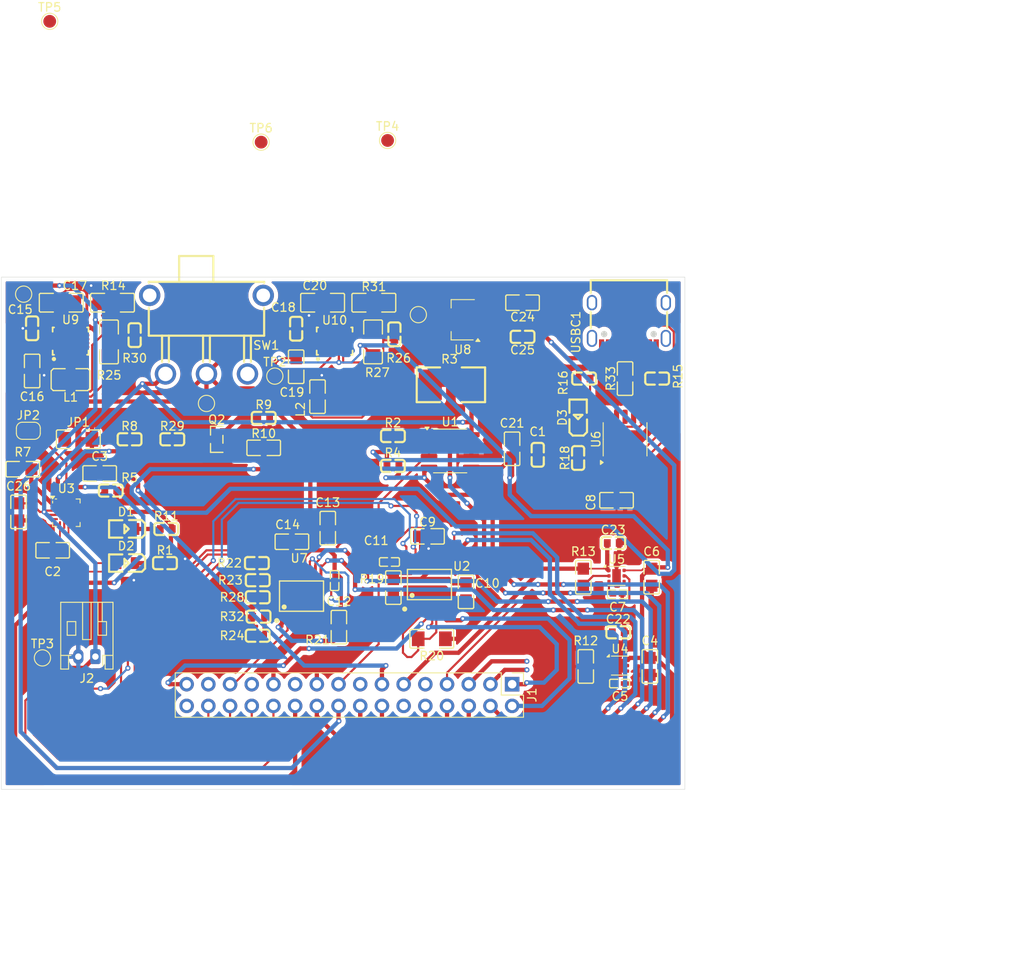
<source format=kicad_pcb>
(kicad_pcb (version 20241229) (generator "pcbnew") (generator_version "9.0")
  (layers (0 "F.Cu" signal) (2 "B.Cu" signal) (13 "F.Paste" user) (15 "B.Paste" user) (5 "F.SilkS" user "F.Silkscreen") (7 "B.SilkS" user "B.Silkscreen") (1 "F.Mask" user) (3 "B.Mask" user) (25 "Edge.Cuts" user))
  (net 0 "")
  (net 1 "+9V")
  (net 2 "/Battery")
  (net 3 "3V3 Out")
  (net 4 "GND")
  (net 5 "VREG")
  (net 6 "Vsupply")
  (net 7 "5V Out")
  (net 8 "Net-(U5-CT)")
  (net 9 "Net-(U5-QOD)")
  (net 10 "/CTRL_EXT_LOAD2")
  (net 11 "/EXT_LOAD2_OUT")
  (net 12 "/CTRL_EXT_LOAD1")
  (net 13 "Net-(U4-QOD)")
  (net 14 "/EXT_LOAD1_OUT")
  (net 15 "Net-(U4-CT)")
  (net 16 "Net-(U6-CC2)")
  (net 17 "Net-(U6-VBUS)")
  (net 18 "DM")
  (net 19 "Net-(D3-K)")
  (net 20 "Net-(U6-CC1)")
  (net 21 "DP")
  (net 22 "/I2C1_SDA")
  (net 23 "/I2C1_SCL")
  (net 24 "/EN2")
  (net 25 "Net-(D1-K)")
  (net 26 "Net-(Q2-C)")
  (net 27 "Net-(D2-K)")
  (net 28 "Net-(U3-ILIM)")
  (net 29 "Net-(JP1-B)")
  (net 30 "Net-(U3-TS)")
  (net 31 "Net-(L1-Pad1)")
  (net 33 "Net-(U9-FB)")
  (net 34 "Net-(U9-EN)")
  (net 35 "Net-(U10-EN)")
  (net 37 "Net-(U10-FB)")
  (net 38 "Net-(L2-Pad1)")
  (net 49 "Net-(U2-nSleep)")
  (net 50 "/MOTOR1_A_OUT")
  (net 51 "/MOTOR2_CTRL1")
  (net 52 "/Motor2_A_OUT")
  (net 53 "/MOTOR1_B_OUT")
  (net 54 "Net-(U2-AISEN)")
  (net 55 "Net-(U2-VCP)")
  (net 57 "/Motor2_B_OUT")
  (net 58 "/MOTOR2_CTRL2")
  (net 59 "Net-(U2-VINT)")
  (net 60 "/MOTOR1_CTRL2")
  (net 61 "/MOTOR1_CTRL1")
  (net 62 "Net-(U7-nSleep)")
  (net 63 "/MOTOR4_CTRL2")
  (net 64 "/Motor4_A_OUT")
  (net 65 "Net-(U7-VINT)")
  (net 66 "/MOTOR3_CTRL1")
  (net 67 "Net-(U7-VCP)")
  (net 69 "/MOTOR3_B_OUT")
  (net 70 "/MOTOR3_CTRL2")
  (net 71 "/MOTOR3_A_OUT")
  (net 72 "/MOTOR4_CTRL1")
  (net 73 "/Motor4_B_OUT")
  (net 77 "Net-(Q2-B)")
  (net 78 "Net-(Q2-E)")
  (net 79 "Net-(D2-A)")
  (net 80 "Net-(D3-A)")
  (net 81 "Net-(D1-A)")
  (net 82 "Net-(R26-Pad1)")
  (net 83 "Net-(R14-Pad2)")
  (net 84 "/FAST_CHARGE_CTRL")
  (net 85 "Net-(R29-Pad1)")
  (net 87 "/USART2_TX")
  (net 88 "/USART2_RX")
  (net 89 "Net-(JP2-B)")
  (net 90 "Net-(U7-AISEN)")
  (footprint "Library:C0805" (layer "F.Cu") (at 214.7 89)
    (property "Reference" "R10")
    (property "Value" "10k")
  )
  (footprint "TestPoint:TestPoint_Pad_D1.5mm" (layer "F.Cu") (at 186.6 71)
    (property "Reference" "TP1" (hide yes))
    (property "Value" "TP 3V3")
  )
  (footprint "TestPoint:TestPoint_Pad_D1.5mm" (layer "F.Cu") (at 216 80.6)
    (property "Reference" "TP2")
    (property "Value" "TP 5V")
  )
  (footprint "Library:C0603" (layer "F.Cu") (at 214 104.5 180)
    (property "Reference" "R23")
    (property "Value" "2")
  )
  (footprint "TestPoint:TestPoint_Pad_D1.5mm" (layer "F.Cu") (at 214.4 53.2)
    (property "Reference" "TP6")
    (property "Value" "TP VBUS")
  )
  (footprint "Library:C0805" (layer "F.Cu") (at 257 80.8875 90)
    (property "Reference" "R33")
    (property "Value" "10k")
  )
  (footprint "Library:TSSOP-16_L5.0-W4.4-P0.65-LS6.4-BL" (layer "F.Cu") (at 219.125 106.366)
    (property "Reference" "U7")
    (property "Value" "DRV8833PWR")
  )
  (footprint "Library:C0603" (layer "F.Cu") (at 204 88)
    (property "Reference" "R29")
    (property "Value" "2.2k")
  )
  (footprint "Library:C1206" (layer "F.Cu") (at 193 88 180)
    (property "Reference" "JP1")
    (property "Value" "JP RITERM")
  )
  (footprint "Library:C0603" (layer "F.Cu") (at 203.2925 98.5 180)
    (property "Reference" "R11")
    (property "Value" "1k")
  )
  (footprint "Library:C1206" (layer "F.Cu") (at 234.375 111.366)
    (property "Reference" "R20")
    (property "Value" "1")
  )
  (footprint "Library:C0805" (layer "F.Cu") (at 223.5 110 -90)
    (property "Reference" "R21")
    (property "Value" "51k")
  )
  (footprint "Library:C0603" (layer "F.Cu") (at 203.143 102.5 180)
    (property "Reference" "R1")
    (property "Value" "1k")
  )
  (footprint "Library:C0603" (layer "F.Cu") (at 229.825 91.115)
    (property "Reference" "R4")
    (property "Value" "3K3")
  )
  (footprint "Library:C0805" (layer "F.Cu") (at 221 83 90)
    (property "Reference" "L2")
    (property "Value" "1uH")
  )
  (footprint "Library:C0603" (layer "F.Cu") (at 230 75.7 -90)
    (property "Reference" "R26")
    (property "Value" "82k")
  )
  (footprint "Library:C0402" (layer "F.Cu") (at 223 104.545 90)
    (property "Reference" "C12")
    (property "Value" "10nF")
  )
  (footprint "Library:C0805" (layer "F.Cu") (at 186 96.5 -90)
    (property "Reference" "C26")
    (property "Value" "10uF")
  )
  (footprint "TestPoint:TestPoint_Pad_D1.5mm" (layer "F.Cu") (at 188.8 113.6)
    (property "Reference" "TP3")
    (property "Value" "TP VBat+")
  )
  (footprint "Library:VSON-14_L4.0-W3.0-P0.50-BL-EP_TI_DSJ" (layer "F.Cu") (at 192.0925 76.5)
    (property "Reference" "U9")
    (property "Value" "TPS63020DSJR")
  )
  (footprint "Library:C0603" (layer "F.Cu") (at 251.5 90.1875 90)
    (property "Reference" "R18")
    (property "Value" "1k")
  )
  (footprint "Jumper:SolderJumper-2_P1.3mm_Open_RoundedPad1.0x1.5mm" (layer "F.Cu") (at 187.15 87)
    (property "Reference" "JP2")
    (property "Value" "SolderJumper_2_Open")
  )
  (footprint "Library:C0402" (layer "F.Cu") (at 229.42 102.366 180)
    (property "Reference" "C11")
    (property "Value" "10nF")
  )
  (footprint "Library:C0603" (layer "F.Cu") (at 196.8 94 180)
    (property "Reference" "R5")
    (property "Value" "1.2k")
  )
  (footprint "Library:USB-C_SMD-TYPE-C-31-M-12" (layer "F.Cu") (at 257.45 74.474 180)
    (property "Reference" "USBC1")
    (property "Value" "TYPE-C-31-M-12")
    (fp_poly (pts (xy 3.271792 -1.254447) (xy 3.246455 -1.349006) (xy 3.197508 -1.433786) (xy 3.128286 -1.503008) (xy 3.043506 -1.551955) (xy 2.948947 -1.577292) (xy 2.851053 -1.577292) (xy 2.756494 -1.551955) (xy 2.671714 -1.503008) (xy 2.602492 -1.433786) (xy 2.553545 -1.349006) (xy 2.528208 -1.254447) (xy 2.528208 -1.156553) (xy 2.553545 -1.061994) (xy 2.602492 -0.977214) (xy 2.671714 -0.907992) (xy 2.756494 -0.859045) (xy 2.851053 -0.833708) (xy 2.948947 -0.833708) (xy 3.043506 -0.859045) (xy 3.128286 -0.907992) (xy 3.197508 -0.977214) (xy 3.246455 -1.061994) (xy 3.271792 -1.156553)) (fill yes) (layer "Edge.Cuts"))
    (fp_poly (pts (xy -2.528208 -1.254447) (xy -2.553545 -1.349006) (xy -2.602492 -1.433786) (xy -2.671714 -1.503008) (xy -2.756494 -1.551955) (xy -2.851053 -1.577292) (xy -2.948947 -1.577292) (xy -3.043506 -1.551955) (xy -3.128286 -1.503008) (xy -3.197508 -1.433786) (xy -3.246455 -1.349006) (xy -3.271792 -1.254447) (xy -3.271792 -1.156553) (xy -3.246455 -1.061994) (xy -3.197508 -0.977214) (xy -3.128286 -0.907992) (xy -3.043506 -0.859045) (xy -2.948947 -0.833708) (xy -2.851053 -0.833708) (xy -2.756494 -0.859045) (xy -2.671714 -0.907992) (xy -2.602492 -0.977214) (xy -2.553545 -1.061994) (xy -2.528208 -1.156553)) (fill yes) (layer "Edge.Cuts"))
  )
  (footprint "TestPoint:TestPoint_Pad_D1.5mm" (layer "F.Cu") (at 208 83.8)
    (property "Reference" "TP7" (hide yes))
    (property "Value" "TS Vsupply")
  )
  (footprint "Library:LED0805-R-RD" (layer "F.Cu") (at 198.5925 98.5 180)
    (property "Reference" "D1")
    (property "Value" "KT-0805G")
  )
  (footprint "Library:C1206" (layer "F.Cu") (at 197 72)
    (property "Reference" "R14")
    (property "Value" "100k")
  )
  (footprint "Library:C0805" (layer "F.Cu") (at 238.375 105.866 90)
    (property "Reference" "C10")
    (property "Value" "10uF")
  )
  (footprint "Library:C0603" (layer "F.Cu") (at 256.2 110.6)
    (property "Reference" "C22")
    (property "Value" "100nF")
  )
  (footprint "Library:C1206" (layer "F.Cu") (at 196.5925 76.5925 90)
    (property "Reference" "R25")
    (property "Value" "1M")
  )
  (footprint "TestPoint:TestPoint_Pad_D1.5mm" (layer "F.Cu") (at 229.2 53)
    (property "Reference" "TP4")
    (property "Value" "TP GND")
  )
  (footprint "Library:C0805" (layer "F.Cu") (at 243.775 89.115 90)
    (property "Reference" "C21")
    (property "Value" "10uF")
  )
  (footprint "Library:C1206" (layer "F.Cu") (at 227.5 76.5925 -90)
    (property "Reference" "R27")
    (property "Value" "1.6M")
  )
  (footprint "Library:C0805" (layer "F.Cu") (at 187.5925 80 -90)
    (property "Reference" "C16")
    (property "Value" "10uF")
  )
  (footprint "Package_SO:SSOP-10-1EP_3.9x4.9mm_P1mm_EP2.1x3.3mm" (layer "F.Cu") (at 257 88 90)
    (property "Reference" "U6")
    (property "Value" "CH224K")
  )
  (footprint "Library:C0805" (layer "F.Cu") (at 195.5 92)
    (property "Reference" "C3")
    (property "Value" "1uF")
  )
  (footprint "Library:C0805" (layer "F.Cu") (at 260.1125 104.15 -90)
    (property "Reference" "C6")
    (property "Value" "1uF")
  )
  (footprint "Library:C1206" (layer "F.Cu") (at 227.5925 72)
    (property "Reference" "R31")
    (property "Value" "100k")
  )
  (footprint "Library:C0805" (layer "F.Cu") (at 218 100)
    (property "Reference" "C14")
    (property "Value" "2.2uF")
  )
  (footprint "Library:VSON-14_L4.0-W3.0-P0.50-BL-EP_TI_DSJ" (layer "F.Cu") (at 223 76.5)
    (property "Reference" "U10")
    (property "Value" "TPS63020DSJR")
  )
  (footprint "Library:C0603" (layer "F.Cu") (at 214 106.5 180)
    (property "Reference" "R28")
    (property "Value" "2")
  )
  (footprint "Library:C1206" (layer "F.Cu") (at 191 72 180)
    (property "Reference" "C17")
    (property "Value" "22uF")
  )
  (footprint "Library:LED0805-R-RD" (layer "F.Cu") (at 251.5 85.337 90)
    (property "Reference" "D3")
    (property "Value" "KT-0805G")
  )
  (footprint "Library:SOT-23-3_L2.9-W1.3-P1.90-LS2.4-BR" (layer "F.Cu") (at 209.2 88)
    (property "Reference" "Q2")
    (property "Value" "S9013 J3(RANGE:200-350)")
  )
  (footprint "Library:C0805" (layer "F.Cu") (at 252.4 114.6 90)
    (property "Reference" "R12")
    (property "Value" "10k")
  )
  (footprint "Library:LED0805-R-RD" (layer "F.Cu") (at 198.5925 102.5 180)
    (property "Reference" "D2")
    (property "Value" "KT-0805G")
  )
  (footprint "Package_DFN_QFN:VQFN-16-1EP_3x3mm_P0.5mm_EP1.6x1.6mm" (layer "F.Cu") (at 191.6 96.6)
    (property "Reference" "U3")
    (property "Value" "BQ24074RGT")
  )
  (footprint "Library:C0805" (layer "F.Cu") (at 222.2 98.4 -90)
    (property "Reference" "C13")
    (property "Value" "10uF")
  )
  (footprint "Library:C0805" (layer "F.Cu") (at 186.5 91.5 180)
    (property "Reference" "R7")
    (property "Value" "10k")
  )
  (footprint "Connector_JST:JST_PH_S2B-PH-K_1x02_P2.00mm_Horizontal" (layer "F.Cu") (at 195 113.45 180)
    (property "Reference" "J2")
    (property "Value" "JST_PH_2mm")
  )
  (footprint "Library:C0402" (layer "F.Cu") (at 256.1125 106.15)
    (property "Reference" "C7")
    (property "Value" "10nF")
  )
  (footprint "Library:C1206" (layer "F.Cu") (at 221.5925 72 180)
    (property "Reference" "C20")
    (property "Value" "22uF")
  )
  (footprint "Library:RES-SMD_L6.3-W3.3_HOLR2512" (layer "F.Cu") (at 236.612 81.615 180)
    (property "Reference" "R3")
    (property "Value" "0.5m")
  )
  (footprint "Library:C0603" (layer "F.Cu") (at 199 88)
    (property "Reference" "R8")
    (property "Value" "2.2k")
  )
  (footprint "Library:C0805" (layer "F.Cu") (at 245 72 180)
    (property "Reference" "C24")
    (property "Value" "1uF")
  )
  (footprint "Package_SON:WSON-6-1EP_2x2mm_P0.65mm_EP1x1.6mm" (layer "F.Cu") (at 256.4 114.5)
    (property "Reference" "U4")
    (property "Value" "TPS22810DRVR")
  )
  (footprint "Library:C0603" (layer "F.Cu") (at 229.825 87.615)
    (property "Reference" "R2")
    (property "Value" "3K3")
  )
  (footprint "Library:C0603" (layer "F.Cu") (at 245 76 180)
    (property "Reference" "C25")
    (property "Value" "100nF")
  )
  (footprint "Library:C0603" (layer "F.Cu") (at 187.5925 75 90)
    (property "Reference" "C15")
    (property "Value" "100nF")
  )
  (footprint "Library:C0805" (layer "F.Cu") (at 252.1125 104.15 90)
    (property "Reference" "R13")
    (property "Value" "10k")
  )
  (footprint "Library:C0603" (layer "F.Cu") (at 252.2 80.8875 180)
    (property "Reference" "R16")
    (property "Value" "5.1k")
  )
  (footprint "Library:C0603" (layer "F.Cu") (at 260.75 80.8875)
    (property "Reference" "R15")
    (property "Value" "5.1k")
  )
  (footprint "Library:L1008" (layer "F.Cu") (at 192.0925 81 180)
    (property "Reference" "L1")
    (property "Value" "1.5uH")
  )
  (footprint "Library:C0805" (layer "F.Cu") (at 233.875 99.366)
    (property "Reference" "C9")
    (property "Value" "2.2uF")
  )
  (footprint "Library:C0603" (layer "F.Cu") (at 218.5 75.05 90)
    (property "Reference" "C18")
    (property "Value" "100nF")
  )
  (footprint "Library:C0805" (layer "F.Cu") (at 218.5 79.5 -90)
    (property "Reference" "C19")
    (property "Value" "10uF")
  )
  (footprint "Library:C0603" (layer "F.Cu") (at 214 111 180)
    (property "Reference" "R24")
    (property "Value" "2")
  )
  (footprint "Package_SO:SOIC-8_3.9x4.9mm_P1.27mm" (layer "F.Cu") (at 236.525 89.365)
    (property "Reference" "U1")
    (property "Value" "INA219AIDR")
  )
  (footprint "Library:C0805" (layer "F.Cu") (at 259.9 114.6 -90)
    (property "Reference" "C4")
    (property "Value" "1uF")
  )
  (footprint "TestPoint:TestPoint_Pad_D1.5mm" (layer "F.Cu") (at 232.8 73.4)
    (property "Reference" "TP8" (hide yes))
    (property "Value" "TP VREG")
  )
  (footprint "Library:SW-TH_SS-12D11L3" (layer "F.Cu") (at 208 75.7435)
    (property "Reference" "SW1")
    (property "Value" "SS-12D11G3R")
  )
  (footprint "Library:TSSOP-16_L5.0-W4.4-P0.65-LS6.4-BL" (layer "F.Cu") (at 234.1 105.01175)
    (property "Reference" "U2")
    (property "Value" "DRV8833PWR")
  )
  (footprint "Connector_PinHeader_2.54mm:PinHeader_2x16_P2.54mm_Vertical" (layer "F.Cu") (at 243.78 116.6835 -90)
    (property "Reference" "J1")
    (property "Value" "Conn_02x16_Odd_Even")
  )
  (footprint "Library:C0805" (layer "F.Cu") (at 256 95.1375)
    (property "Reference" "C8")
    (property "Value" "1uF")
  )
  (footprint "Library:C0603" (layer "F.Cu") (at 213.9 102.5 180)
    (property "Reference" "R22")
    (property "Value" "2")
  )
  (footprint "Library:C0603" (layer "F.Cu") (at 255.6125 100.15)
    (property "Reference" "C23")
    (property "Value" "100nF")
  )
  (footprint "Library:C0805" (layer "F.Cu") (at 229.875 105.366 -90)
    (property "Reference" "R19")
    (property "Value" "51k")
  )
  (footprint "Library:C0402" (layer "F.Cu") (at 256.355 116.6)
    (property "Reference" "C5")
    (property "Value" "10nF")
  )
  (footprint "Library:C0805" (layer "F.Cu") (at 190 101 180)
    (property "Reference" "C2")
    (property "Value" "1uF")
  )
  (footprint "Library:C0603" (layer "F.Cu") (at 199.5925 75.8 -90)
    (property "Reference" "R30")
    (property "Value" "82k")
  )
  (footprint "Package_SON:WSON-6-1EP_2x2mm_P0.65mm_EP1x1.6mm" (layer "F.Cu") (at 256 104)
    (property "Reference" "U5")
    (property "Value" "TPS22810DRVR")
  )
  (footprint "Library:C0603" (layer "F.Cu") (at 214.7 85.5)
    (property "Reference" "R9")
    (property "Value" "2.2k")
  )
  (footprint "TestPoint:TestPoint_Pad_D1.5mm" (layer "F.Cu") (at 189.65 39.05)
    (property "Reference" "TP5")
    (property "Value" "TP +9V")
  )
  (footprint "Package_TO_SOT_SMD:SOT-89-3" (layer "F.Cu") (at 238 74 180)
    (property "Reference" "U8")
    (property "Value" "L78L33ACUTR")
  )
  (footprint "Library:C0603" (layer "F.Cu") (at 246.775 89.815 90)
    (property "Reference" "C1")
    (property "Value" "100nF")
  )
  (footprint "Library:C0603" (layer "F.Cu") (at 214.1 108.768 180)
    (property "Reference" "R32")
    (property "Value" "2")
  )
  (gr_circle (center 225 82) (end 227 82) (stroke (width 0.2)) (fill no) (layer "F.Cu"))
  (gr_rect (start 184 69) (end 264 129) (stroke (width 0.05)) (fill no) (layer "Edge.Cuts"))
  (segment (start 248.359 76.641) (end 250.218 78.5) (width 0.5) (layer "F.Cu") (net 1))
  (segment (start 194.5 92) (end 193 92) (width 0.25) (layer "F.Cu") (net 1))
  (segment (start 240.45 72) (end 239.95 72.5) (width 0.5) (layer "F.Cu") (net 1))
  (segment (start 200 94) (end 200 93.218) (width 0.5) (layer "F.Cu") (net 1))
  (segment (start 193.8 93.6) (end 192.35 93.6) (width 0.5) (layer "F.Cu") (net 1))
  (segment (start 193 92) (end 192.35 92.65) (width 0.25) (layer "F.Cu") (net 1))
  (segment (start 185.6 123.8) (end 189.4 127.6) (width 0.5) (layer "F.Cu") (net 1))
  (segment (start 185.6 123.8) (end 185.6 109.8) (width 0.5) (layer "F.Cu") (net 1))
  (segment (start 200 93.218) (end 197.656 90.874) (width 0.5) (layer "F.Cu") (net 1))
  (segment (start 197.656 90.874) (end 195.344 90.874) (width 0.5) (layer "F.Cu") (net 1))
  (segment (start 218.38 126.82) (end 218.38 119.2235) (width 0.5) (layer "F.Cu") (net 1))
  (segment (start 244 72) (end 244 72.282) (width 0.5) (layer "F.Cu") (net 1))
  (segment (start 192.35 93.6) (end 192.35 95.1625) (width 0.25) (layer "F.Cu") (net 1))
  (segment (start 217.6 127.6) (end 218.38 126.82) (width 0.5) (layer "F.Cu") (net 1))
  (segment (start 189.4 127.6) (end 217.6 127.6) (width 0.5) (layer "F.Cu") (net 1))
  (segment (start 244 72.282) (end 248.359 76.641) (width 0.5) (layer "F.Cu") (net 1))
  (segment (start 185.6 109.8) (end 190.6 104.8) (width 0.5) (layer "F.Cu") (net 1))
  (segment (start 244 72) (end 240.45 72) (width 0.5) (layer "F.Cu") (net 1))
  (segment (start 195.344 90.874) (end 194.5 91.718) (width 0.5) (layer "F.Cu") (net 1))
  (segment (start 192.35 92.65) (end 192.35 93.6) (width 0.25) (layer "F.Cu") (net 1))
  (segment (start 250.218 78.5) (end 254 78.5) (width 0.5) (layer "F.Cu") (net 1))
  (segment (start 194.5 91.718) (end 194.5 92) (width 0.5) (layer "F.Cu") (net 1))
  (segment (start 190.6 104.8) (end 197.2 104.8) (width 0.5) (layer "F.Cu") (net 1))
  (via (at 197.2 104.8) (size 0.6) (drill 0.3) (layers "F.Cu" "B.Cu") (net 1))
  (via (at 200 94) (size 0.6) (drill 0.3) (layers "F.Cu" "B.Cu") (net 1))
  (via (at 248.359 76.641) (size 0.6) (drill 0.3) (layers "F.Cu" "B.Cu") (net 1))
  (via (at 193.8 93.6) (size 0.6) (drill 0.3) (layers "F.Cu" "B.Cu") (net 1))
  (segment (start 210.8 93.8) (end 208 96.6) (width 0.5) (layer "B.Cu") (net 1))
  (segment (start 202.5 96.5) (end 200 94) (width 0.5) (layer "B.Cu") (net 1))
  (segment (start 262.751 103.311075) (end 262.311075 103.751) (width 0.5) (layer "B.Cu") (net 1))
  (segment (start 262.751 91.033) (end 262.751 103.311075) (width 0.5) (layer "B.Cu") (net 1))
  (segment (start 197.2 104.8) (end 200.6 101.4) (width 0.5) (layer "B.Cu") (net 1))
  (segment (start 248.359 76.641) (end 262.751 91.033) (width 0.5) (layer "B.Cu") (net 1))
  (segment (start 200.6 101.4) (end 200.6 97) (width 0.5) (layer "B.Cu") (net 1))
  (segment (start 262.311075 103.751) (end 260.951 103.751) (width 0.5) (layer "B.Cu") (net 1))
  (segment (start 193.8 93.6) (end 194 93.6) (width 0.5) (layer "B.Cu") (net 1))
  (segment (start 255.4 98.2) (end 237.2 98.2) (width 0.5) (layer "B.Cu") (net 1))
  (segment (start 200.6 97) (end 197.2 93.6) (width 0.5) (layer "B.Cu") (net 1))
  (segment (start 237.2 98.2) (end 232.8 93.8) (width 0.5) (layer "B.Cu") (net 1))
  (segment (start 208 96.6) (end 202.6 96.6) (width 0.5) (layer "B.Cu") (net 1))
  (segment (start 202.6 96.6) (end 202.5 96.5) (width 0.5) (layer "B.Cu") (net 1))
  (segment (start 232.8 93.8) (end 210.8 93.8) (width 0.5) (layer "B.Cu") (net 1))
  (segment (start 260.951 103.751) (end 255.4 98.2) (width 0.5) (layer "B.Cu") (net 1))
  (segment (start 197.2 93.6) (end 193.8 93.6) (width 0.5) (layer "B.Cu") (net 1))
  (segment (start 228.54 123.96) (end 229.58 125) (width 0.5) (layer "F.Cu") (net 2))
  (segment (start 187.5 95.5) (end 186 95.5) (width 0.25) (layer "F.Cu") (net 2))
  (segment (start 239.025 86) (end 239.025 87.435) (width 0.5) (layer "F.Cu") (net 2))
  (segment (start 202.0435 81.5) (end 203.2 80.3435) (width 0.5) (layer "F.Cu") (net 2))
  (segment (start 250.6 106) (end 247.4 106) (width 0.5) (layer "F.Cu") (net 2))
  (segment (start 188.5 96.5) (end 187.5 95.5) (width 0.25) (layer "F.Cu") (net 2))
  (segment (start 189.976 114.776) (end 193.674 114.776) (width 0.5) (layer "F.Cu") (net 2))
  (segment (start 239.025 87.435) (end 239 87.46) (width 0.5) (layer "F.Cu") (net 2))
  (segment (start 243 106) (end 240.5 103.5) (width 0.5) (layer "F.Cu") (net 2))
  (segment (start 189.35 96.85) (end 189 96.5) (width 0.25) (layer "F.Cu") (net 2))
  (segment (start 255.5 125) (end 260.5 120) (width 0.5) (layer "F.Cu") (net 2))
  (segment (start 239.025 81.615) (end 239.025 86) (width 0.5) (layer "F.Cu") (net 2))
  (segment (start 229.58 125) (end 255.5 125) (width 0.5) (layer "F.Cu") (net 2))
  (segment (start 193.674 114.776) (end 195 113.45) (width 0.5) (layer "F.Cu") (net 2))
  (segment (start 200.5 81.5) (end 202.0435 81.5) (width 0.5) (layer "F.Cu") (net 2))
  (segment (start 189.15 96.35) (end 189 96.5) (width 0.25) (layer "F.Cu") (net 2))
  (segment (start 190.1625 96.85) (end 189.35 96.85) (width 0.25) (layer "F.Cu") (net 2))
  (segment (start 186 95.5) (end 186.5 96) (width 0.2) (layer "F.Cu") (net 2))
  (segment (start 188.8 113.6) (end 189.976 114.776) (width 0.5) (layer "F.Cu") (net 2))
  (segment (start 236.5 88.985001) (end 236.5 92.5) (width 0.5) (layer "F.Cu") (net 2))
  (segment (start 228.54 119.2235) (end 228.54 123.96) (width 0.5) (layer "F.Cu") (net 2))
  (segment (start 238.025001 87.46) (end 236.5 88.985001) (width 0.5) (layer "F.Cu") (net 2))
  (segment (start 239 87.46) (end 238.025001 87.46) (width 0.5) (layer "F.Cu") (net 2))
  (segment (start 240.5 103.5) (end 240.5 97.5) (width 0.5) (layer "F.Cu") (net 2))
  (segment (start 189 96.5) (end 188.5 96.5) (width 0.25) (layer "F.Cu") (net 2))
  (segment (start 239.025 86) (end 238 86) (width 0.5) (layer "F.Cu") (net 2))
  (segment (start 240.5 97.5) (end 238.5 95.5) (width 0.5) (layer "F.Cu") (net 2))
  (segment (start 190.1625 96.35) (end 189.15 96.35) (width 0.25) (layer "F.Cu") (net 2))
  (via (at 243 106) (size 0.6) (drill 0.3) (layers "F.Cu" "B.Cu") (net 2))
  (via (at 189 96.5) (size 0.6) (drill 0.3) (layers "F.Cu" "B.Cu") (net 2))
  (via (at 236.5 92.5) (size 0.6) (drill 0.3) (layers "F.Cu" "B.Cu") (net 2))
  (via (at 250.6 106) (size 0.6) (drill 0.3) (layers "F.Cu" "B.Cu") (net 2))
  (via (at 200.5 81.5) (size 0.6) (drill 0.3) (layers "F.Cu" "B.Cu") (net 2))
  (via (at 260.5 120) (size 0.6) (drill 0.3) (layers "F.Cu" "B.Cu") (net 2))
  (via (at 247.4 106) (size 0.6) (drill 0.3) (layers "F.Cu" "B.Cu") (net 2))
  (via (at 238.5 95.5) (size 0.6) (drill 0.3) (layers "F.Cu" "B.Cu") (net 2))
  (via (at 238 86) (size 0.6) (drill 0.3) (layers "F.Cu" "B.Cu") (net 2))
  (segment (start 236.5 93.5) (end 238.5 95.5) (width 0.5) (layer "B.Cu") (net 2))
  (segment (start 238 86) (end 205 86) (width 0.5) (layer "B.Cu") (net 2))
  (segment (start 236.5 92.5) (end 236.5 93.5) (width 0.5) (layer "B.Cu") (net 2))
  (segment (start 195 113.45) (end 195 102.5) (width 0.5) (layer "B.Cu") (net 2))
  (segment (start 189 93) (end 189 96.5) (width 0.5) (layer "B.Cu") (net 2))
  (segment (start 195 102.5) (end 189 96.5) (width 0.5) (layer "B.Cu") (net 2))
  (segment (start 247.4 106) (end 243 106) (width 0.5) (layer "B.Cu") (net 2))
  (segment (start 259.5 106) (end 250.6 106) (width 0.5) (layer "B.Cu") (net 2))
  (segment (start 260 106.5) (end 259.5 106) (width 0.5) (layer "B.Cu") (net 2))
  (segment (start 261 119.5) (end 261 107.5) (width 0.5) (layer "B.Cu") (net 2))
  (segment (start 205 86) (end 200.5 81.5) (width 0.5) (layer "B.Cu") (net 2))
  (segment (start 200.5 81.5) (end 189 93) (width 0.5) (layer "B.Cu") (net 2))
  (segment (start 261 107.5) (end 260 106.5) (width 0.5) (layer "B.Cu") (net 2))
  (segment (start 261 119.5) (end 260.5 120) (width 0.5) (layer "B.Cu") (net 2))
  (segment (start 194.6235 82.186) (end 194.6235 76.969) (width 0.25) (layer "F.Cu") (net 3))
  (segment (start 187.6695 79.077) (end 187.5925 79) (width 0.25) (layer "F.Cu") (net 3))
  (segment (start 194.4035 82.406) (end 194.6235 82.186) (width 0.25) (layer "F.Cu") (net 3))
  (segment (start 187.6 70) (end 190.8 70) (width 0.5) (layer "F.Cu") (net 3))
  (segment (start 192.5925 77.95) (end 192.1165 78.426) (width 0.25) (layer "F.Cu") (net 3))
  (segment (start 194.6235 76.969) (end 196.5925 75) (width 0.25) (layer "F.Cu") (net 3))
  (segment (start 192.1165 78.426) (end 192.1165 82.406) (width 0.25) (layer "F.Cu") (net 3))
  (segment (start 192.0925 78.71481) (end 191.73031 79.077) (width 0.25) (layer "F.Cu") (net 3))
  (segment (start 192.1165 82.406) (end 194.4035 82.406) (width 0.25) (layer "F.Cu") (net 3))
  (segment (start 196.5925 75) (end 196 75) (width 0.25) (layer "F.Cu") (net 3))
  (segment (start 223.46 119.2235) (end 223.46 120.96) (width 0.5) (layer "F.Cu") (net 3))
  (segment (start 192.0925 77.95) (end 192.0925 78.71481) (width 0.25) (layer "F.Cu") (net 3))
  (segment (start 186.6 71) (end 187.6 70) (width 0.5) (layer "F.Cu") (net 3))
  (segment (start 191.73031 79.077) (end 187.6695 79.077) (width 0.25) (layer "F.Cu") (net 3))
  (segment (start 223.46 120.96) (end 223.5 121) (width 0.5) (layer "F.Cu") (net 3))
  (segment (start 196 75) (end 195 74) (width 0.25) (layer "F.Cu") (net 3))
  (via (at 190.8 70) (size 0.6) (drill 0.3) (layers "F.Cu" "B.Cu") (net 3))
  (via (at 195 74) (size 0.6) (drill 0.3) (layers "F.Cu" "B.Cu") (net 3))
  (via (at 223.5 121) (size 0.6) (drill 0.3) (layers "F.Cu" "B.Cu") (net 3))
  (segment (start 190.8 70) (end 192.2 70) (width 0.5) (layer "B.Cu") (net 3))
  (segment (start 218 126.5) (end 190.5 126.5) (width 0.5) (layer "B.Cu") (net 3))
  (segment (start 190.5 126.5) (end 186.25 122.25) (width 0.5) (layer "B.Cu") (net 3))
  (segment (start 192.2 70) (end 195 72.8) (width 0.5) (layer "B.Cu") (net 3))
  (segment (start 186.25 93.25) (end 195 84.5) (width 0.5) (layer "B.Cu") (net 3))
  (segment (start 186.25 122.25) (end 186.25 93.25) (width 0.5) (layer "B.Cu") (net 3))
  (segment (start 195 84.5) (end 195 74) (width 0.5) (layer "B.Cu") (net 3))
  (segment (start 223.5 121) (end 218 126.5) (width 0.5) (layer "B.Cu") (net 3))
  (segment (start 195 72.8) (end 195 74) (width 0.5) (layer "B.Cu") (net 3))
  (segment (start 192.0925 76.5) (end 193.0925 75.5) (width 0.25) (layer "F.Cu") (net 4))
  (segment (start 191.0925 77.5) (end 192.0925 76.5) (width 0.25) (layer "F.Cu") (net 4))
  (segment (start 222 77.5) (end 223 76.5) (width 0.25) (layer "F.Cu") (net 4))
  (segment (start 224.45 75.05) (end 223 76.5) (width 0.25) (layer "F.Cu") (net 4))
  (segment (start 187.2 74.3) (end 186.5 75) (width 0.25) (layer "F.Cu") (net 4))
  (segment (start 189 81) (end 189 80.5) (width 0.25) (layer "F.Cu") (net 4))
  (segment (start 256.8875 105.92) (end 256.6575 106.15) (width 0.2) (layer "F.Cu") (net 4))
  (segment (start 224 75.05) (end 224 75.5) (width 0.25) (layer "F.Cu") (net 4))
  (segment (start 221 82) (end 221 81) (width 0.25) (layer "F.Cu") (net 4))
  (segment (start 221 81) (end 221.5 80.5) (width 0.25) (layer "F.Cu") (net 4))
  (segment (start 186.15 97.35) (end 186 97.5) (width 0.2) (layer "F.Cu") (net 4))
  (segment (start 189 81) (end 190.925 81) (width 0.25) (layer "F.Cu") (net 4))
  (segment (start 187.5925 74.3) (end 187.2 74.3) (width 0.25) (layer "F.Cu") (net 4))
  (segment (start 193.0925 75.05) (end 193.5925 75.05) (width 0.25) (layer "F.Cu") (net 4))
  (segment (start 191.0925 77.95) (end 191.0925 77.5) (width 0.25) (layer "F.Cu") (net 4))
  (segment (start 220 72) (end 220 73.5) (width 0.25) (layer "F.Cu") (net 4))
  (segment (start 259.6125 104.65) (end 260.1125 105.15) (width 0.2) (layer "F.Cu") (net 4))
  (segment (start 224 75.5) (end 223 76.5) (width 0.25) (layer "F.Cu") (net 4))
  (segment (start 194.5 71.0925) (end 195.4075 72) (width 0.25) (layer "F.Cu") (net 4))
  (segment (start 194.5 70) (end 194.5 71.0925) (width 0.25) (layer "F.Cu") (net 4))
  (segment (start 193.0925 75.5) (end 193.0925 75.05) (width 0.25) (layer "F.Cu") (net 4))
  (segment (start 222 75.5) (end 223 76.5) (width 0.25) (layer "F.Cu") (net 4))
  (segment (start 192.0925 76.5) (end 191.0925 75.5) (width 0.25) (layer "F.Cu") (net 4))
  (segment (start 222 75.05) (end 222 75.5) (width 0.25) (layer "F.Cu") (net 4))
  (segment (start 233.775 102.14575) (end 233.775 101.025) (width 0.25) (layer "F.Cu") (net 4))
  (segment (start 222 77.95) (end 222 77.5) (width 0.25) (layer "F.Cu") (net 4))
  (segment (start 187.5925 81) (end 189 81) (width 0.25) (layer "F.Cu") (net 4))
  (segment (start 234.875 99.366) (end 234.875 99.925) (width 0.25) (layer "F.Cu") (net 4))
  (segment (start 224.5 75.05) (end 224.45 75.05) (width 0.25) (layer "F.Cu") (net 4))
  (segment (start 191.0925 75.5) (end 191.0925 75.05) (width 0.25) (layer "F.Cu") (net 4))
  (segment (start 234.875 99.925) (end 234 100.8) (width 0.25) (layer "F.Cu") (net 4))
  (segment (start 233.775 101.025) (end 234 100.8) (width 0.25) (layer "F.Cu") (net 4))
  (via (at 186.5 75) (size 0.6) (drill 0.3) (layers "F.Cu" "B.Cu") (net 4))
  (via (at 221.5 80.5) (size 0.6) (drill 0.3) (layers "F.Cu" "B.Cu") (net 4))
  (via (at 220 73.5) (size 0.6) (drill 0.3) (layers "F.Cu" "B.Cu") (net 4))
  (via (at 199.5 104.5) (size 0.6) (drill 0.3) (layers "F.Cu" "B.Cu") (net 4))
  (via (at 194.5 70) (size 0.6) (drill 0.3) (layers "F.Cu" "B.Cu") (net 4))
  (via (at 205.5 102) (size 0.6) (drill 0.3) (layers "F.Cu" "B.Cu") (net 4))
  (via (at 189 80.5) (size 0.6) (drill 0.3) (layers "F.Cu" "B.Cu") (net 4))
  (via (at 234 100.8) (size 0.6) (drill 0.3) (layers "F.Cu" "B.Cu") (net 4))
  (segment (start 237.6 78.2) (end 232.8 73.4) (width 0.5) (layer "F.Cu") (net 5))
  (segment (start 244.3 76) (end 240.45 76) (width 0.5) (layer "F.Cu") (net 5))
  (segment (start 251.148 90.8875) (end 251.5 90.8875) (width 0.5) (layer "F.Cu") (net 5))
  (segment (start 244.3 78.2) (end 244.3 84.0395) (width 0.5) (layer "F.Cu") (net 5))
  (segment (start 244.3 84.0395) (end 251.148 90.8875) (width 0.5) (layer "F.Cu") (net 5))
  (segment (start 244.3 76) (end 244.3 78.2) (width 0.5) (layer "F.Cu") (net 5))
  (segment (start 244.3 78.2) (end 237.6 78.2) (width 0.5) (layer "F.Cu") (net 5))
  (segment (start 251.75 90.6375) (end 251.5 90.8875) (width 0.5) (layer "F.Cu") (net 5))
  (segment (start 240.45 76) (end 239.95 75.5) (width 0.5) (layer "F.Cu") (net 5))
  (segment (start 255 90.6375) (end 251.75 90.6375) (width 0.5) (layer "F.Cu") (net 5))
  (segment (start 255 90.6375) (end 255 95.1375) (width 0.5) (layer "F.Cu") (net 5))
  (segment (start 223.185 73.685) (end 223.5 74) (width 0.5) (layer "F.Cu") (net 6))
  (segment (start 213.504578 82.0445) (end 209.701 82.0445) (width 0.5) (layer "F.Cu") (net 6))
  (segment (start 236.366 104.366) (end 233.129348 104.366) (width 0.5) (layer "F.Cu") (net 6))
  (segment (start 192.0925 75.05) (end 192.0435 75.001) (width 0.25) (layer "F.Cu") (net 6))
  (segment (start 221.87 70.685) (end 218.815 70.685) (width 0.5) (layer "F.Cu") (net 6))
  (segment (start 222.2 99.4) (end 221.556 99.4) (width 0.5) (layer "F.Cu") (net 6))
  (segment (start 221.556 99.4) (end 220.156 98) (width 0.5) (layer "F.Cu") (net 6))
  (segment (start 228.875 103.366) (end 228.875 102.366) (width 0.5) (layer "F.Cu") (net 6))
  (segment (start 209.701 82.0445) (end 208 80.3435) (width 0.5) (layer "F.Cu") (net 6))
  (segment (start 191.1435 73.449) (end 186.6915 73.449) (width 0.5) (layer "F.Cu") (net 6))
  (segment (start 219.45 103.5) (end 219.45 101.75) (width 0.5) (layer "F.Cu") (net 6))
  (segment (start 233.129348 104.366) (end 234.425 103.070348) (width 0.5) (layer "F.Cu") (net 6))
  (segment (start 223.721 108.779) (end 223.5 109) (width 0.5) (layer "F.Cu") (net 6))
  (segment (start 185.424 82.238588) (end 186.761412 83.576) (width 0.5) (layer "F.Cu") (net 6))
  (segment (start 229.875 104.366) (end 233.129348 104.366) (width 0.5) (layer "F.Cu") (net 6))
  (segment (start 234.425 103.070348) (end 234.425 102.14575) (width 0.5) (layer "F.Cu") (net 6))
  (segment (start 223.477 104) (end 223.721 104.244) (width 0.5) (layer "F.Cu") (net 6))
  (segment (start 186.6915 73.449) (end 185.424 74.7165) (width 0.5) (layer "F.Cu") (net 6))
  (segment (start 223 101.6) (end 222.4 101) (width 0.5) (layer "F.Cu") (net 6))
  (segment (start 222.2 100) (end 222.2 99.4) (width 0.5) (layer "F.Cu") (net 6))
  (segment (start 223.721 104.244) (end 223.721 108.779) (width 0.5) (layer "F.Cu") (net 6))
  (segment (start 223.5 75.05) (end 223.5 74) (width 0.25) (layer "F.Cu") (net 6))
  (segment (start 192.5925 75.05) (end 192.5925 74.076) (width 0.25) (layer "F.Cu") (net 6))
  (segment (start 218.815 70.685) (end 218.5 71) (width 0.5) (layer "F.Cu") (net 6))
  (segment (start 220.156 98) (end 220.156 88.695922) (width 0.5) (layer "F.Cu") (net 6))
  (segment (start 222.4 101) (end 220.2 101) (width 0.5) (layer "F.Cu") (net 6))
  (segment (start 186.761412 83.576) (end 204.7675 83.576) (width 0.5) (layer "F.Cu") (net 6))
  (segment (start 218.5 71) (end 218.5 72.5) (width 0.5) (layer "F.Cu") (net 6))
  (segment (start 204.7675 83.576) (end 208 80.3435) (width 0.5) (layer "F.Cu") (net 6))
  (segment (start 220.156 100.956) (end 220.156 98) (width 0.5) (layer "F.Cu") (net 6))
  (segment (start 192.5925 72) (end 192.5925 74.076) (width 0.5) (layer "F.Cu") (net 6))
  (segment (start 212 76) (end 212 76.3435) (width 0.5) (layer "F.Cu") (net 6))
  (segment (start 223 104) (end 223 101.6) (width 0.5) (layer "F.Cu") (net 6))
  (segment (start 223.185 72) (end 221.87 70.685) (width 0.5) (layer "F.Cu") (net 6))
  (segment (start 238.375 104.866) (end 236.866 104.866) (width 0.5) (layer "F.Cu") (net 6))
  (segment (start 192.0435 75.001) (end 192.0435 74.5) (width 0.25) (layer "F.Cu") (net 6))
  (segment (start 215 76) (end 212 76) (width 0.5) (layer "F.Cu") (net 6))
  (segment (start 219.45 101.75) (end 220.2 101) (width 0.5) (layer "F.Cu") (net 6))
  (segment (start 223 75.05) (end 223.5 75.05) (width 0.25) (layer "F.Cu") (net 6))
  (segment (start 185.424 74.7165) (end 185.424 82.238588) (width 0.5) (layer "F.Cu") (net 6))
  (segment (start 223.185 72) (end 223.185 73.685) (width 0.5) (layer "F.Cu") (net 6))
  (segment (start 212 76.3435) (end 208 80.3435) (width 0.5) (layer "F.Cu") (net 6))
  (segment (start 229.875 104.366) (end 228.875 103.366) (width 0.5) (layer "F.Cu") (net 6))
  (segment (start 192.5925 74.076) (end 192.1685 74.5) (width 0.5) (layer "F.Cu") (net 6))
  (segment (start 192.5925 72) (end 191.1435 73.449) (width 0.5) (layer "F.Cu") (net 6))
  (segment (start 223 104) (end 223.477 104) (width 0.5) (layer "F.Cu") (net 6))
  (segment (start 220.2 101) (end 220.156 100.956) (width 0.5) (layer "F.Cu") (net 6))
  (segment (start 218.5 72.5) (end 215 76) (width 0.5) (layer "F.Cu") (net 6))
  (segment (start 220.156 88.695922) (end 213.504578 82.0445) (width 0.5) (layer "F.Cu") (net 6))
  (segment (start 208 83.8) (end 208 80.3435) (width 0.5) (layer "F.Cu") (net 6))
  (segment (start 236.866 104.866) (end 236.366 104.366) (width 0.5) (layer "F.Cu") (net 6))
  (segment (start 216 79) (end 216.5 78.5) (width 0.5) (layer "F.Cu") (net 7))
  (segment (start 246.375 90.115) (end 246.775 90.515) (width 0.5) (layer "F.Cu") (net 7))
  (segment (start 223.5 79) (end 223.5 78.45) (width 0.25) (layer "F.Cu") (net 7))
  (segment (start 243.775 92.225) (end 243.5 92.5) (width 0.5) (layer "F.Cu") (net 7))
  (segment (start 243.775 90.115) (end 243.775 92.225) (width 0.5) (layer "F.Cu") (net 7))
  (segment (start 227.5 127) (end 256.5 127) (width 0.5) (layer "F.Cu") (net 7))
  (segment (start 243.775 90.115) (end 246.375 90.115) (width 0.5) (layer "F.Cu") (net 7))
  (segment (start 223.5 79) (end 223.5 77.95) (width 0.25) (layer "F.Cu") (net 7))
  (segment (start 259.8305 103.15) (end 260.1125 103.15) (width 0.5) (layer "F.Cu") (net 7))
  (segment (start 229.125 89.5) (end 229.125 87.615) (width 0.5) (layer "F.Cu") (net 7))
  (segment (start 258.9865 103.994) (end 259.8305 103.15) (width 0.5) (layer "F.Cu") (net 7))
  (segment (start 220.92 120.42) (end 227.5 127) (width 0.5) (layer "F.Cu") (net 7))
  (segment (start 229.125 91.115) (end 229.125 89.5) (width 0.5) (layer "F.Cu") (net 7))
  (segment (start 257.5375 113.6) (end 257.351 113.7865) (width 0.5) (layer "F.Cu") (net 7))
  (segment (start 257.351 113.7865) (end 257.351 113.85) (width 0.5) (layer "F.Cu") (net 7))
  (segment (start 226 77) (end 226.315 77) (width 0.25) (layer "F.Cu") (net 7))
  (segment (start 242.62 91.27) (end 239 91.27) (width 0.5) (layer "F.Cu") (net 7))
  (segment (start 259.9125 103.35) (end 260.1125 103.15) (width 0.2) (layer "F.Cu") (net 7))
  (segment (start 260.2625 103) (end 260.1125 103.15) (width 0.5) (layer "F.Cu") (net 7))
  (segment (start 220.92 119.2235) (end 220.92 120.42) (width 0.5) (layer "F.Cu") (net 7))
  (segment (start 256.5 127) (end 262.5 121) (width 0.5) (layer "F.Cu") (net 7))
  (segment (start 262.5 115.5) (end 260.6 113.6) (width 0.5) (layer "F.Cu") (net 7))
  (segment (start 258.9865 112.6865) (end 258.9865 103.994) (width 0.5) (layer "F.Cu") (net 7))
  (segment (start 262 103) (end 260.2625 103) (width 0.5) (layer "F.Cu") (net 7))
  (segment (start 262.5 121) (end 262.5 115.5) (width 0.5) (layer "F.Cu") (net 7))
  (segment (start 223.5 77.95) (end 223 77.95) (width 0.25) (layer "F.Cu") (net 7))
  (segment (start 259.15 103.15) (end 258.95 103.35) (width 0.2) (layer "F.Cu") (net 7))
  (segment (start 258.95 103.35) (end 256.8875 103.35) (width 0.2) (layer "F.Cu") (net 7))
  (segment (start 216.5 78.5) (end 218.5 78.5) (width 0.25) (layer "F.Cu") (net 7))
  (segment (start 229.125 89.5) (end 227.5 89.5) (width 0.5) (layer "F.Cu") (net 7))
  (segment (start 259.9 113.6) (end 257.5375 113.6) (width 0.5) (layer "F.Cu") (net 7))
  (segment (start 260.6 113.6) (end 259.9 113.6) (width 0.5) (layer "F.Cu") (net 7))
  (segment (start 216 80.6) (end 216 79) (width 0.5) (layer "F.Cu") (net 7))
  (segment (start 259.9 113.6) (end 258.9865 112.6865) (width 0.5) (layer "F.Cu") (net 7))
  (segment (start 260.1125 103.15) (end 259.15 103.15) (width 0.2) (layer "F.Cu") (net 7))
  (segment (start 226.315 77) (end 227.5 78.185) (width 0.25) (layer "F.Cu") (net 7))
  (segment (start 243.775 90.115) (end 242.62 91.27) (width 0.5) (layer "F.Cu") (net 7))
  (via (at 243.5 92.5) (size 0.6) (drill 0.3) (layers "F.Cu" "B.Cu") (net 7))
  (via (at 216.5 78.5) (size 0.6) (drill 0.3) (layers "F.Cu" "B.Cu") (net 7))
  (via (at 226 77) (size 0.6) (drill 0.3) (layers "F.Cu" "B.Cu") (net 7))
  (via (at 223.5 79) (size 0.6) (drill 0.3) (layers "F.Cu" "B.Cu") (net 7))
  (via (at 262 103) (size 0.6) (drill 0.3) (layers "F.Cu" "B.Cu") (net 7))
  (via (at 227.5 89.5) (size 0.6) (drill 0.3) (layers "F.Cu" "B.Cu") (net 7))
  (segment (start 243.5 92.5) (end 243.5 94.5) (width 0.5) (layer "B.Cu") (net 7))
  (segment (start 217 79) (end 216.5 78.5) (width 0.25) (layer "B.Cu") (net 7))
  (segment (start 243.5 90.437925) (end 230.062075 77) (width 0.5) (layer "B.Cu") (net 7))
  (segment (start 226 78) (end 226 77) (width 0.25) (layer "B.Cu") (net 7))
  (segment (start 227.5 89.5) (end 228.437925 90.437925) (width 0.5) (layer "B.Cu") (net 7))
  (segment (start 243.5 92.5) (end 243.5 90.437925) (width 0.5) (layer "B.Cu") (net 7))
  (segment (start 246 97) (end 258 97) (width 0.5) (layer "B.Cu") (net 7))
  (segment (start 243.5 94.5) (end 246 97) (width 0.5) (layer "B.Cu") (net 7))
  (segment (start 260.5 99.5) (end 262 101) (width 0.5) (layer "B.Cu") (net 7))
  (segment (start 230.062075 77) (end 226 77) (width 0.5) (layer "B.Cu") (net 7))
  (segment (start 223.5 79) (end 225 79) (width 0.25) (layer "B.Cu") (net 7))
  (segment (start 223.5 79) (end 217 79) (width 0.25) (layer "B.Cu") (net 7))
  (segment (start 228.437925 90.437925) (end 243.5 90.437925) (width 0.5) (layer "B.Cu") (net 7))
  (segment (start 262 101) (end 262 103) (width 0.5) (layer "B.Cu") (net 7))
  (segment (start 225 79) (end 226 78) (width 0.25) (layer "B.Cu") (net 7))
  (segment (start 258 97) (end 260.5 99.5) (width 0.5) (layer "B.Cu") (net 7))
  (segment (start 255.1125 105.695) (end 255.1125 104.65) (width 0.25) (layer "F.Cu") (net 8))
  (segment (start 255.5675 106.15) (end 255.1125 105.695) (width 0.25) (layer "F.Cu") (net 8))
  (segment (start 255.1125 104) (end 253.2625 104) (width 0.25) (layer "F.Cu") (net 9))
  (segment (start 253.2625 104) (end 252.1125 105.15) (width 0.25) (layer "F.Cu") (net 9))
  (segment (start 236.16 115.34) (end 236.16 116.6835) (width 0.25) (layer "F.Cu") (net 10))
  (segment (start 257.074999 104) (end 257.5 104.425001) (width 0.25) (layer "F.Cu") (net 10))
  (segment (start 257.5 104.425001) (end 257.5 107) (width 0.25) (layer "F.Cu") (net 10))
  (segment (start 256.8875 104) (end 257.074999 104) (width 0.25) (layer "F.Cu") (net 10))
  (segment (start 244.5 107) (end 236.16 115.34) (width 0.25) (layer "F.Cu") (net 10))
  (segment (start 254.9125 103.2125) (end 255.049 103.349) (width 0.5) (layer "F.Cu") (net 11))
  (segment (start 254.9125 103.15) (end 255.1125 103.35) (width 0.2) (layer "F.Cu") (net 11))
  (segment (start 237.5 113) (end 247.35 103.15) (width 0.5) (layer "F.Cu") (net 11))
  (segment (start 231.08 116.6835) (end 234.7635 113) (width 0.5) (layer "F.Cu") (net 11))
  (segment (start 252.3125 103.35) (end 252.1125 103.15) (width 0.2) (layer "F.Cu") (net 11))
  (segment (start 254.9125 100.15) (end 254.9125 103.2125) (width 0.5) (layer "F.Cu") (net 11))
  (segment (start 234.7635 113) (end 237.5 113) (width 0.5) (layer "F.Cu") (net 11))
  (segment (start 252.1125 103.15) (end 254.9125 103.15) (width 0.2) (layer "F.Cu") (net 11))
  (segment (start 247.35 103.15) (end 252.1125 103.15) (width 0.5) (layer "F.Cu") (net 11))
  (segment (start 252.4 115.6) (end 254.08951 115.6) (width 0.5) (layer "F.Cu") (net 13))
  (segment (start 254.08951 115.6) (end 255.18951 114.5) (width 0.5) (layer "F.Cu") (net 13))
  (segment (start 255.5125 113.7625) (end 255.5 113.75) (width 0.2) (layer "F.Cu") (net 14))
  (segment (start 255.5125 113.85) (end 255.5125 113.7625) (width 0.2) (layer "F.Cu") (net 14))
  (segment (start 255.2625 113.6) (end 255.5125 113.85) (width 0.2) (layer "F.Cu") (net 14))
  (segment (start 252.4 113.6) (end 255.2625 113.6) (width 0.2) (layer "F.Cu") (net 14))
  (segment (start 255.5 113.75) (end 255.5 110.6) (width 0.2) (layer "F.Cu") (net 14))
  (segment (start 255.81 116.6) (end 255.5125 116.3025) (width 0.2) (layer "F.Cu") (net 15))
  (segment (start 255.5125 116.3025) (end 255.5125 115.15) (width 0.2) (layer "F.Cu") (net 15))
  (segment (start 259 86.199999) (end 259 85.3625) (width 0.25) (layer "F.Cu") (net 16))
  (segment (start 255.7 78.0875) (end 252.9 80.8875) (width 0.25) (layer "F.Cu") (net 16))
  (segment (start 252.9 84.777322) (end 254.648678 86.526) (width 0.25) (layer "F.Cu") (net 16))
  (segment (start 258.673999 86.526) (end 259 86.199999) (width 0.25) (layer "F.Cu") (net 16))
  (segment (start 252.9 80.8875) (end 252.9 84.777322) (width 0.25) (layer "F.Cu") (net 16))
  (segment (start 254.648678 86.526) (end 258.673999 86.526) (width 0.25) (layer "F.Cu") (net 16))
  (segment (start 255.7 76.948) (end 255.7 78.0875) (width 0.25) (layer "F.Cu") (net 16))
  (segment (start 263.152 75.209628) (end 262.17308 74.230708) (width 0.25) (layer "F.Cu") (net 18))
  (segment (start 259 90.6375) (end 263.152 86.4855) (width 0.25) (layer "F.Cu") (net 18))
  (segment (start 257.2 75.85819) (end 257.2 76.948) (width 0.25) (layer "F.Cu") (net 18))
  (segment (start 262.17308 74.230708) (end 258.827482 74.230708) (width 0.25) (layer "F.Cu") (net 18))
  (segment (start 263.152 86.4855) (end 263.152 75.209628) (width 0.25) (layer "F.Cu") (net 18))
  (segment (start 258.827482 74.230708) (end 257.2 75.85819) (width 0.25) (layer "F.Cu") (net 18))
  (segment (start 258.7 76.948) (end 258.7 79.5375) (width 0.25) (layer "F.Cu") (net 20))
  (segment (start 258.7 79.5375) (end 260.05 80.8875) (width 0.25) (layer "F.Cu") (net 20))
  (segment (start 260.05 80.8875) (end 258 82.9375) (width 0.25) (layer "F.Cu") (net 20))
  (segment (start 258 82.9375) (end 258 85.3625) (width 0.25) (layer "F.Cu") (net 20))
  (segment (start 262.701 85.651) (end 262.701 75.396438) (width 0.25) (layer "F.Cu") (net 21))
  (segment (start 257.7 75.996) (end 257.7 76.948) (width 0.25) (layer "F.Cu") (net 21))
  (segment (start 258 90.024678) (end 258.648678 89.376) (width 0.25) (layer "F.Cu") (net 21))
  (segment (start 262.701 75.396438) (end 261.98627 74.681708) (width 0.25) (layer "F.Cu") (net 21))
  (segment (start 259.014292 74.681708) (end 257.7 75.996) (width 0.25) (layer "F.Cu") (net 21))
  (segment (start 258 90.6375) (end 258 90.024678) (width 0.25) (layer "F.Cu") (net 21))
  (segment (start 258.976 89.376) (end 262.701 85.651) (width 0.25) (layer "F.Cu") (net 21))
  (segment (start 258.648678 89.376) (end 258.976 89.376) (width 0.25) (layer "F.Cu") (net 21))
  (segment (start 261.98627 74.681708) (end 259.014292 74.681708) (width 0.25) (layer "F.Cu") (net 21))
  (segment (start 228.154 111.9895) (end 228.154 95.513678) (width 0.25) (layer "F.Cu") (net 22))
  (segment (start 223.46 116.6835) (end 228.154 111.9895) (width 0.25) (layer "F.Cu") (net 22))
  (segment (start 233.667678 90) (end 234.05 90) (width 0.25) (layer "F.Cu") (net 22))
  (segment (start 234.05 88.73) (end 231.64 88.73) (width 0.25) (layer "F.Cu") (net 22))
  (segment (start 228.154 95.513678) (end 233.667678 90) (width 0.25) (layer "F.Cu") (net 22))
  (segment (start 234.05 90) (end 234.05 88.73) (width 0.25) (layer "F.Cu") (net 22))
  (segment (start 231.64 88.73) (end 230.525 87.615) (width 0.25) (layer "F.Cu") (net 22))
  (segment (start 241.5 102.5) (end 241.5 97) (width 0.5) (layer "F.Cu") (net 23))
  (segment (start 228 126) (end 256 126) (width 0.5) (layer "F.Cu") (net 23))
  (segment (start 256 126) (end 261.5 120.5) (width 0.5) (layer "F.Cu") (net 23))
  (segment (start 226 119.2235) (end 226 124) (width 0.5) (layer "F.Cu") (net 23))
  (segment (start 226 124) (end 228 126) (width 0.5) (layer "F.Cu") (net 23))
  (segment (start 226 119.2235) (end 226 121) (width 0.5) (layer "F.Cu") (net 23))
  (segment (start 244 105) (end 241.5 102.5) (width 0.5) (layer "F.Cu") (net 23))
  (segment (start 233.5 91.82) (end 234.05 91.27) (width 0.5) (layer "F.Cu") (net 23))
  (segment (start 230.09 92.5) (end 229 92.5) (width 0.5) (layer "F.Cu") (net 23))
  (segment (start 235.5 94.5) (end 233.5 92.5) (width 0.5) (layer "F.Cu") (net 23))
  (segment (start 239 94.5) (end 235.5 94.5) (width 0.5) (layer "F.Cu") (net 23))
  (segment (start 230.525 91.115) (end 230.525 92.065) (width 0.5) (layer "F.Cu") (net 23))
  (segment (start 233.5 92.5) (end 233.5 91.82) (width 0.5) (layer "F.Cu") (net 23))
  (segment (start 230.525 92.065) (end 230.09 92.5) (width 0.5) (layer "F.Cu") (net 23))
  (segment (start 241.5 97) (end 239 94.5) (width 0.5) (layer "F.Cu") (net 23))
  (segment (start 249.8 105) (end 246.8 105) (width 0.5) (layer "F.Cu") (net 23))
  (via (at 244 105) (size 0.6) (drill 0.3) (layers "F.Cu" "B.Cu") (net 23))
  (via (at 261.5 120.5) (size 0.6) (drill 0.3) (layers "F.Cu" "B.Cu") (net 23))
  (via (at 229 92.5) (size 0.6) (drill 0.3) (layers "F.Cu" "B.Cu") (net 23))
  (via (at 246.8 105) (size 0.6) (drill 0.3) (layers "F.Cu" "B.Cu") (net 23))
  (via (at 249.8 105) (size 0.6) (drill 0.3) (layers "F.Cu" "B.Cu") (net 23))
  (via (at 233.5 92.5) (size 0.6) (drill 0.3) (layers "F.Cu" "B.Cu") (net 23))
  (segment (start 261 105) (end 249.8 105) (width 0.5) (layer "B.Cu") (net 23))
  (segment (start 229 92.5) (end 233.5 92.5) (width 0.5) (layer "B.Cu") (net 23))
  (segment (start 246.8 105) (end 244 105) (width 0.5) (layer "B.Cu") (net 23))
  (segment (start 262 106) (end 261 105) (width 0.5) (layer "B.Cu") (net 23))
  (segment (start 262 120) (end 262 106) (width 0.5) (layer "B.Cu") (net 23))
  (segment (start 261.5 120.5) (end 262 120) (width 0.5) (layer "B.Cu") (net 23))
  (segment (start 193.50075 103.50075) (end 202.84225 103.50075) (width 0.2) (layer "F.Cu") (net 24))
  (segment (start 203.9925 98.5) (end 203.9925 98.148) (width 0.5) (layer "F.Cu") (net 24))
  (segment (start 193.0375 96.35) (end 193.0375 96.85) (width 0.25) (layer "F.Cu") (net 24))
  (segment (start 190.85 100.85) (end 190.85 98.0375) (width 0.2) (layer "F.Cu") (net 24))
  (segment (start 202.84225 103.50075) (end 203.843 102.5) (width 0.2) (layer "F.Cu") (net 24))
  (segment (start 191 101) (end 190.85 100.85) (width 0.2) (layer "F.Cu") (net 24))
  (segment (start 203.843 98.6495) (end 203.9925 98.5) (width 0.5) (layer "F.Cu") (net 24))
  (segment (start 191 101) (end 193.50075 103.50075) (width 0.2) (layer "F.Cu") (net 24))
  (segment (start 202.3445 96.5) (end 194.5 96.5) (width 0.5) (layer "F.Cu") (net 24))
  (segment (start 194.35 96.35) (end 194.5 96.5) (width 0.25) (layer "F.Cu") (net 24))
  (segment (start 203.843 102.5) (end 203.843 98.6495) (width 0.5) (layer "F.Cu") (net 24))
  (segment (start 203.9925 98.148) (end 202.3445 96.5) (width 0.5) (layer "F.Cu") (net 24))
  (segment (start 193.0375 96.35) (end 194.35 96.35) (width 0.25) (layer "F.Cu") (net 24))
  (segment (start 197.542 98.5) (end 194.1875 98.5) (width 0.25) (layer "F.Cu") (net 25))
  (segment (start 194.1875 98.5) (end 193.0375 97.35) (width 0.25) (layer "F.Cu") (net 25))
  (segment (start 190.6 92.6) (end 190.6 94.4) (width 0.5) (layer "F.Cu") (net 26))
  (segment (start 208.2 89.3) (end 208.2 88) (width 0.5) (layer "F.Cu") (net 26))
  (segment (start 190.8 92.4) (end 190.6 92.6) (width 0.5) (layer "F.Cu") (net 26))
  (segment (start 190.6 94.4) (end 190.85 94.65) (width 0.25) (layer "F.Cu") (net 26))
  (segment (start 196.6 89.4) (end 198.2 89.4) (width 0.5) (layer "F.Cu") (net 26))
  (segment (start 199 90) (end 207.5 90) (width 0.5) (layer "F.Cu") (net 26))
  (segment (start 190.85 95.1625) (end 190.85 94.65) (width 0.25) (layer "F.Cu") (net 26))
  (segment (start 198.2 89.4) (end 198.3 89.3) (width 0.5) (layer "F.Cu") (net 26))
  (segment (start 207.5 90) (end 208.2 89.3) (width 0.5) (layer "F.Cu") (net 26))
  (segment (start 198.3 88) (end 198.3 89.3) (width 0.5) (layer "F.Cu") (net 26))
  (segment (start 198.3 89.3) (end 199 90) (width 0.5) (layer "F.Cu") (net 26))
  (via (at 196.6 89.4) (size 0.6) (drill 0.3) (layers "F.Cu" "B.Cu") (net 26))
  (via (at 190.8 92.4) (size 0.6) (drill 0.3) (layers "F.Cu" "B.Cu") (net 26))
  (segment (start 193.8 89.4) (end 196.2 89.4) (width 0.5) (layer "B.Cu") (net 26))
  (segment (start 196.2 89.4) (end 196.6 89.4) (width 0.5) (layer "B.Cu") (net 26))
  (segment (start 190.8 92.4) (end 193.8 89.4) (width 0.5) (layer "B.Cu") (net 26))
  (segment (start 195 102.5) (end 197.542 102.5) (width 0.2) (layer "F.Cu") (net 27))
  (segment (start 191.85 98.0375) (end 191.85 99.35) (width 0.2) (layer "F.Cu") (net 27))
  (segment (start 191.85 99.35) (end 195 102.5) (width 0.2) (layer "F.Cu") (net 27))
  (segment (start 194.15 95.85) (end 196 94) (width 0.25) (layer "F.Cu") (net 28))
  (segment (start 193.0375 95.85) (end 194.15 95.85) (width 0.25) (layer "F.Cu") (net 28))
  (segment (start 196 94) (end 196.1 94) (width 0.25) (layer "F.Cu") (net 28))
  (segment (start 191.35 88.0575) (end 191.4075 88) (width 0.2) (layer "F.Cu") (net 29))
  (segment (start 187.5 91.5) (end 187.5 93.1115) (width 0.5) (layer "F.Cu") (net 30))
  (segment (start 187.5 93.1115) (end 190.1625 95.774) (width 0.5) (layer "F.Cu") (net 30))
  (segment (start 193.26 78.575) (end 193.26 81) (width 0.25) (layer "F.Cu") (net 31))
  (segment (start 193.0925 78.4075) (end 193.26 78.575) (width 0.25) (layer "F.Cu") (net 31))
  (segment (start 193.0925 77.95) (end 193.0925 78.4075) (width 0.25) (layer "F.Cu") (net 31))
  (segment (start 193.5925 77.95) (end 193.5925 80.6675) (width 0.25) (layer "F.Cu") (net 31))
  (segment (start 193.5925 80.6675) (end 193.26 81) (width 0.25) (layer "F.Cu") (net 31))
  (segment (start 198.2775 76.5) (end 196.5925 78.185) (width 0.5) (layer "F.Cu") (net 33))
  (segment (start 189.5 82.5) (end 190 83) (width 0.25) (layer "F.Cu") (net 33))
  (segment (start 199.5925 76.5) (end 198.2775 76.5) (width 0.5) (layer "F.Cu") (net 33))
  (segment (start 186.5 77.5) (end 186 78) (width 0.25) (layer "F.Cu") (net 33))
  (segment (start 196.5925 80.9075) (end 196.5925 78.185) (width 0.25) (layer "F.Cu") (net 33))
  (segment (start 190 83) (end 194.5 83) (width 0.25) (layer "F.Cu") (net 33))
  (segment (start 191.5925 78.577) (end 191.5435 78.626) (width 0.25) (layer "F.Cu") (net 33))
  (segment (start 188.5 77.5) (end 186.5 77.5) (width 0.25) (layer "F.Cu") (net 33))
  (segment (start 191.5925 77.95) (end 191.5925 78.577) (width 0.25) (layer "F.Cu") (net 33))
  (segment (start 194.5 83) (end 196.5925 80.9075) (width 0.25) (layer "F.Cu") (net 33))
  (segment (start 186 82) (end 186.5 82.5) (width 0.25) (layer "F.Cu") (net 33))
  (segment (start 186.5 82.5) (end 189.5 82.5) (width 0.25) (layer "F.Cu") (net 33))
  (segment (start 186 78) (end 186 82) (width 0.25) (layer "F.Cu") (net 33))
  (segment (start 191.5435 78.626) (end 189.626 78.626) (width 0.25) (layer "F.Cu") (net 33))
  (segment (start 189.626 78.626) (end 188.5 77.5) (width 0.25) (layer "F.Cu") (net 33))
  (segment (start 188.9185 74.374) (end 187.5925 75.7) (width 0.25) (layer "F.Cu") (net 34))
  (segment (start 191.374 74.374) (end 188.9185 74.374) (width 0.25) (layer "F.Cu") (net 34))
  (segment (start 191.5925 75.05) (end 191.5925 74.5925) (width 0.25) (layer "F.Cu") (net 34))
  (segment (start 187.5925 75.7) (end 189.8425 77.95) (width 0.5) (layer "F.Cu") (net 34))
  (segment (start 191.5925 74.5925) (end 191.374 74.374) (width 0.25) (layer "F.Cu") (net 34))
  (segment (start 189.8425 77.95) (end 190.5165 77.95) (width 0.5) (layer "F.Cu") (net 34))
  (segment (start 218.5 75.75) (end 220.7 77.95) (width 0.5) (layer "F.Cu") (net 35))
  (segment (start 218.5 75.75) (end 219.45 75.75) (width 0.5) (layer "F.Cu") (net 35))
  (segment (start 220.7 77.95) (end 221.424 77.95) (width 0.5) (layer "F.Cu") (net 35))
  (segment (start 222.5 75.05) (end 222.5 74) (width 0.25) (layer "F.Cu") (net 35))
  (segment (start 219.45 75.75) (end 221.2 74) (width 0.5) (layer "F.Cu") (net 35))
  (segment (start 221.2 74) (end 222.5 74) (width 0.5) (layer "F.Cu") (net 35))
  (segment (start 219.999 80.969) (end 219.999 85.031) (width 0.25) (layer "F.Cu") (net 37))
  (segment (start 226.18681 85.451) (end 228.69 82.94781) (width 0.25) (layer "F.Cu") (net 37))
  (segment (start 228.9 76.4) (end 230 76.4) (width 0.25) (layer "F.Cu") (net 37))
  (segment (start 228.69 76.19) (end 227.5 75) (width 0.25) (layer "F.Cu") (net 37))
  (segment (start 227.5 75) (end 228.9 76.4) (width 0.25) (layer "F.Cu") (net 37))
  (segment (start 222.5 77.95) (end 222.5 78.468) (width 0.25) (layer "F.Cu") (net 37))
  (segment (start 228.69 82.94781) (end 228.69 76.19) (width 0.25) (layer "F.Cu") (net 37))
  (segment (start 222.5 78.468) (end 219.999 80.969) (width 0.25) (layer "F.Cu") (net 37))
  (segment (start 219.999 85.031) (end 220.419 85.451) (width 0.25) (layer "F.Cu") (net 37))
  (segment (start 220.419 85.451) (end 226.18681 85.451) (width 0.25) (layer "F.Cu") (net 37))
  (segment (start 226 85) (end 224 85) (width 0.25) (layer "F.Cu") (net 38))
  (segment (start 228 81) (end 228 83) (width 0.25) (layer "F.Cu") (net 38))
  (segment (start 224 77.95) (end 224 79) (width 0.25) (layer "F.Cu") (net 38))
  (segment (start 224 85) (end 223 84) (width 0.25) (layer "F.Cu") (net 38))
  (segment (start 224 79) (end 226 79) (width 0.25) (layer "F.Cu") (net 38))
  (segment (start 224.5 77.95) (end 224 77.95) (width 0.25) (layer "F.Cu") (net 38))
  (segment (start 228 83) (end 226 85) (width 0.25) (layer "F.Cu") (net 38))
  (segment (start 223 84) (end 221 84) (width 0.25) (layer "F.Cu") (net 38))
  (segment (start 226 79) (end 228 81) (width 0.25) (layer "F.Cu") (net 38))
  (segment (start 231.825 107.87775) (end 231.38675 107.87775) (width 0.5) (layer "F.Cu") (net 49))
  (segment (start 231.38675 107.87775) (end 229.875 106.366) (width 0.5) (layer "F.Cu") (net 49))
  (segment (start 253.5 121) (end 255 119.5) (width 0.5) (layer "F.Cu") (net 51))
  (segment (start 241.24 119.2235) (end 243.0165 121) (width 0.5) (layer "F.Cu") (net 51))
  (segment (start 238.6 99.92075) (end 236.375 102.14575) (width 0.5) (layer "F.Cu") (net 51))
  (segment (start 244 121) (end 253.5 121) (width 0.5) (layer "F.Cu") (net 51))
  (segment (start 243.0165 121) (end 244 121) (width 0.5) (layer "F.Cu") (net 51))
  (segment (start 238.6 99.8) (end 238.6 99.92075) (width 0.5) (layer "F.Cu") (net 51))
  (via (at 255 119.5) (size 0.6) (drill 0.3) (layers "F.Cu" "B.Cu") (net 51))
  (via (at 238.6 99.8) (size 0.6) (drill 0.3) (layers "F.Cu" "B.Cu") (net 51))
  (segment (start 251.6 109.6) (end 251.6 109.537925) (width 0.5) (layer "B.Cu") (net 51))
  (segment (start 246 99.8) (end 238.6 99.8) (width 0.5) (layer "B.Cu") (net 51))
  (segment (start 251.6 109.537925) (end 248.262075 106.2) (width 0.5) (layer "B.Cu") (net 51))
  (segment (start 248.2 104.6) (end 248.2 102) (width 0.5) (layer "B.Cu") (net 51))
  (segment (start 256 109.6) (end 251.6 109.6) (width 0.5) (layer "B.Cu") (net 51))
  (segment (start 256.2 109.8) (end 256 109.6) (width 0.5) (layer "B.Cu") (net 51))
  (segment (start 257 117.4) (end 257 110.6) (width 0.5) (layer "B.Cu") (net 51))
  (segment (start 248.262075 106.2) (end 248.2 106.2) (width 0.5) (layer "B.Cu") (net 51))
  (segment (start 255 119.4) (end 257 117.4) (width 0.5) (layer "B.Cu") (net 51))
  (segment (start 248.2 102) (end 246 99.8) (width 0.5) (layer "B.Cu") (net 51))
  (segment (start 255 119.5) (end 255 119.4) (width 0.5) (layer "B.Cu") (net 51))
  (segment (start 257 110.6) (end 256.2 109.8) (width 0.5) (layer "B.Cu") (net 51))
  (segment (start 248.2 106.2) (end 248.2 104.6) (width 0.5) (layer "B.Cu") (net 51))
  (segment (start 235.725 108.802348) (end 235.725 107.87775) (width 0.5) (layer "F.Cu") (net 52))
  (segment (start 238 109) (end 237.8055 109.1945) (width 0.5) (layer "F.Cu") (net 52))
  (segment (start 237.8055 109.1945) (end 236.117152 109.1945) (width 0.5) (layer "F.Cu") (net 52))
  (segment (start 236.117152 109.1945) (end 235.725 108.802348) (width 0.5) (layer "F.Cu") (net 52))
  (via (at 238 109) (size 0.6) (drill 0.3) (layers "F.Cu" "B.Cu") (net 52))
  (segment (start 247.2765 119.2235) (end 250.5 116) (width 0.5) (layer "B.Cu") (net 52))
  (segment (start 250.5 116) (end 250.5 111.5) (width 0.5) (layer "B.Cu") (net 52))
  (segment (start 243.78 119.2235) (end 247.2765 119.2235) (width 0.5) (layer "B.Cu") (net 52))
  (segment (start 250.5 111.5) (end 248 109) (width 0.5) (layer "B.Cu") (net 52))
  (segment (start 248 109) (end 238 109) (width 0.5) (layer "B.Cu") (net 52))
  (segment (start 217 114.5) (end 219 112.5) (width 0.5) (layer "F.Cu") (net 53))
  (segment (start 233.775 107.87775) (end 233.775 108.98131) (width 0.25) (layer "F.Cu") (net 53))
  (segment (start 205.68 116.6835) (end 203.6835 116.6835) (width 0.5) (layer "F.Cu") (net 53))
  (segment (start 203.6835 116.6835) (end 203.5 116.5) (width 0.5) (layer "F.Cu") (net 53))
  (segment (start 219 112.5) (end 220 112.5) (width 0.5) (layer "F.Cu") (net 53))
  (segment (start 233.775 108.98131) (end 233.128155 109.628155) (width 0.25) (layer "F.Cu") (net 53))
  (via (at 203.5 116.5) (size 0.6) (drill 0.3) (layers "F.Cu" "B.Cu") (net 53))
  (via (at 217 114.5) (size 0.6) (drill 0.3) (layers "F.Cu" "B.Cu") (net 53))
  (via (at 220 112.5) (size 0.6) (drill 0.3) (layers "F.Cu" "B.Cu") (net 53))
  (via (at 233.128155 109.628155) (size 0.6) (drill 0.3) (layers "F.Cu" "B.Cu") (net 53))
  (segment (start 220 112.5) (end 230.25631 112.5) (width 0.5) (layer "B.Cu") (net 53))
  (segment (start 205.5 114.5) (end 217 114.5) (width 0.5) (layer "B.Cu") (net 53))
  (segment (start 230.25631 112.5) (end 233.128155 109.628155) (width 0.5) (layer "B.Cu") (net 53))
  (segment (start 203.5 116.5) (end 205.5 114.5) (width 0.5) (layer "B.Cu") (net 53))
  (segment (start 235.075 108.9935) (end 235.075 107.87775) (width 0.25) (layer "F.Cu") (net 54))
  (segment (start 232 113.5) (end 231.5 113.5) (width 0.25) (layer "F.Cu") (net 54))
  (segment (start 232.7825 111.366) (end 234.134 111.366) (width 0.25) (layer "F.Cu") (net 54))
  (segment (start 234.899 109.1695) (end 235.075 108.9935) (width 0.25) (layer "F.Cu") (net 54))
  (segment (start 231.5 113.5) (end 231 113) (width 0.25) (layer "F.Cu") (net 54))
  (segment (start 233.125 111.0235) (end 232.7825 111.366) (width 0.25) (layer "F.Cu") (net 54))
  (segment (start 231 113) (end 231 110.750571) (width 0.25) (layer "F.Cu") (net 54))
  (segment (start 234.899 110.601) (end 234.899 109.1695) (width 0.25) (layer "F.Cu") (net 54))
  (segment (start 232.7825 111.366) (end 232.7825 112.7175) (width 0.25) (layer "F.Cu") (net 54))
  (segment (start 232.7825 112.7175) (end 232 113.5) (width 0.25) (layer "F.Cu") (net 54))
  (segment (start 231 110.750571) (end 231.250571 110.5) (width 0.25) (layer "F.Cu") (net 54))
  (segment (start 233.125 108.625571) (end 231.250571 110.5) (width 0.25) (layer "F.Cu") (net 54))
  (segment (start 234.134 111.366) (end 234.899 110.601) (width 0.25) (layer "F.Cu") (net 54))
  (segment (start 233.125 107.87775) (end 233.125 108.625571) (width 0.25) (layer "F.Cu") (net 54))
  (segment (start 229.965 100.244) (end 229.965 102.366) (width 0.25) (layer "F.Cu") (net 55))
  (segment (start 231.844 98.365) (end 229.965 100.244) (width 0.25) (layer "F.Cu") (net 55))
  (segment (start 235.906 100.367) (end 235.906 98.365) (width 0.25) (layer "F.Cu") (net 55))
  (segment (start 235.075 102.14575) (end 235.075 101.198) (width 0.25) (layer "F.Cu") (net 55))
  (segment (start 235.906 98.365) (end 231.844 98.365) (width 0.25) (layer "F.Cu") (net 55))
  (segment (start 235.075 101.198) (end 235.906 100.367) (width 0.25) (layer "F.Cu") (net 55))
  (segment (start 234.425 109.575) (end 234 110) (width 0.25) (layer "F.Cu") (net 57))
  (segment (start 234.425 107.87775) (end 234.425 109.575) (width 0.25) (layer "F.Cu") (net 57))
  (segment (start 245.3165 116.6835) (end 245.5 116.5) (width 0.5) (layer "F.Cu") (net 57))
  (segment (start 243.78 116.6835) (end 245.3165 116.6835) (width 0.5) (layer "F.Cu") (net 57))
  (via (at 245.5 116.5) (size 0.6) (drill 0.3) (layers "F.Cu" "B.Cu") (net 57))
  (via (at 234 110) (size 0.6) (drill 0.3) (layers "F.Cu" "B.Cu") (net 57))
  (segment (start 245.5 116.5) (end 247.5 116.5) (width 0.5) (layer "B.Cu") (net 57))
  (segment (start 249 112) (end 247 110) (width 0.5) (layer "B.Cu") (net 57))
  (segment (start 249 115) (end 249 112) (width 0.5) (layer "B.Cu") (net 57))
  (segment (start 247 110) (end 234 110) (width 0.5) (layer "B.Cu") (net 57))
  (segment (start 247.5 116.5) (end 249 115) (width 0.5) (layer "B.Cu") (net 57))
  (segment (start 239.5 122) (end 254 122) (width 0.5) (layer "F.Cu") (net 58))
  (segment (start 235.725 102.14575) (end 235.725 101.275) (width 0.25) (layer "F.Cu") (net 58))
  (segment (start 238.7 119.2235) (end 238.7 121.2) (width 0.5) (layer "F.Cu") (net 58))
  (segment (start 237 100) (end 237 99) (width 0.25) (layer "F.Cu") (net 58))
  (segment (start 254 122) (end 256.5 119.5) (width 0.5) (layer "F.Cu") (net 58))
  (segment (start 235.725 101.275) (end 237 100) (width 0.25) (layer "F.Cu") (net 58))
  (segment (start 238.7 121.2) (end 239.5 122) (width 0.5) (layer "F.Cu") (net 58))
  (via (at 237 99) (size 0.6) (drill 0.3) (layers "F.Cu" "B.Cu") (net 58))
  (via (at 256.5 119.5) (size 0.6) (drill 0.3) (layers "F.Cu" "B.Cu") (net 58))
  (segment (start 252 108.8) (end 249.068962 105.868962) (width 0.5) (layer "B.Cu") (net 58))
  (segment (start 257.6 108.8) (end 252 108.8) (width 0.5) (layer "B.Cu") (net 58))
  (segment (start 249.049 102.351) (end 249.049 101.849) (width 0.5) (layer "B.Cu") (net 58))
  (segment (start 256.5 119.5) (end 258.2 117.8) (width 0.5) (layer "B.Cu") (net 58))
  (segment (start 249.068962 105.331037) (end 249.049 105.311075) (width 0.5) (layer "B.Cu") (net 58))
  (segment (start 249.049 105.311075) (end 249.049 104.688925) (width 0.5) (layer "B.Cu") (net 58))
  (segment (start 246.2 99) (end 238.6 99) (width 0.5) (layer "B.Cu") (net 58))
  (segment (start 258.2 109.4) (end 257.6 108.8) (width 0.5) (layer "B.Cu") (net 58))
  (segment (start 238.6 99) (end 237 99) (width 0.5) (layer "B.Cu") (net 58))
  (segment (start 249.068962 105.868962) (end 249.068962 105.331037) (width 0.5) (layer "B.Cu") (net 58))
  (segment (start 249.049 104.688925) (end 249.049 102.351) (width 0.5) (layer "B.Cu") (net 58))
  (segment (start 258.2 117.8) (end 258.2 109.4) (width 0.5) (layer "B.Cu") (net 58))
  (segment (start 249.049 101.849) (end 246.2 99) (width 0.5) (layer "B.Cu") (net 58))
  (segment (start 233.125 102.14575) (end 233.125 99.616) (width 0.5) (layer "F.Cu") (net 59))
  (segment (start 233.125 99.616) (end 232.875 99.366) (width 0.5) (layer "F.Cu") (net 59))
  (segment (start 189.4 122.2) (end 189.4 120) (width 0.25) (layer "F.Cu") (net 60))
  (segment (start 202.2 106.4) (end 205.6 106.4) (width 0.25) (layer "F.Cu") (net 60))
  (segment (start 232.475 100.875) (end 232.475 102.14575) (width 0.25) (layer "F.Cu") (net 60))
  (segment (start 231.8 95.8) (end 232.6 96.6) (width 0.25) (layer "F.Cu") (net 60))
  (segment (start 208.22 123.38) (end 207.6 124) (width 0.25) (layer "F.Cu") (net 60))
  (segment (start 232.6 96.6) (end 232.6 97) (width 0.25) (layer "F.Cu") (net 60))
  (segment (start 199.8 108.8) (end 202.2 106.4) (width 0.25) (layer "F.Cu") (net 60))
  (segment (start 231.4 95.8) (end 231.8 95.8) (width 0.25) (layer "F.Cu") (net 60))
  (segment (start 200.2 113.2) (end 199.8 112.8) (width 0.25) (layer "F.Cu") (net 60))
  (segment (start 232.475 103.2615) (end 231.9465 103.79) (width 0.25) (layer "F.Cu") (net 60))
  (segment (start 197 119.4) (end 200.2 116.2) (width 0.25) (layer "F.Cu") (net 60))
  (segment (start 190 119.4) (end 197 119.4) (width 0.25) (layer "F.Cu") (net 60))
  (segment (start 232.2 100.6) (end 232.475 100.875) (width 0.25) (layer "F.Cu") (net 60))
  (segment (start 189.4 120) (end 190 119.4) (width 0.25) (layer "F.Cu") (net 60))
  (segment (start 191.2 124) (end 189.4 122.2) (width 0.25) (layer "F.Cu") (net 60))
  (segment (start 208.22 119.2235) (end 208.22 123.38) (width 0.25) (layer "F.Cu") (net 60))
  (segment (start 205.6 106.4) (end 209.8 102.2) (width 0.25) (layer "F.Cu") (net 60))
  (segment (start 200.2 116.2) (end 200.2 113.2) (width 0.25) (layer "F.Cu") (net 60))
  (segment (start 232.475 102.14575) (end 232.475 103.2615) (width 0.25) (layer "F.Cu") (net 60))
  (segment (start 231.9465 103.79) (end 230.876 103.79) (width 0.25) (layer "F.Cu") (net 60))
  (segment (start 207.6 124) (end 191.2 124) (width 0.25) (layer "F.Cu") (net 60))
  (segment (start 199.8 112.8) (end 199.8 108.8) (width 0.25) (layer "F.Cu") (net 60))
  (segment (start 229.6 95.8) (end 231.4 95.8) (width 0.25) (layer "F.Cu") (net 60))
  (via (at 232.6 97) (size 0.6) (drill 0.3) (layers "F.Cu" "B.Cu") (net 60))
  (via (at 209.8 102.2) (size 0.6) (drill 0.3) (layers "F.Cu" "B.Cu") (net 60))
  (via (at 229.6 95.8) (size 0.6) (drill 0.3) (layers "F.Cu" "B.Cu") (net 60))
  (via (at 232.2 100.6) (size 0.6) (drill 0.3) (layers "F.Cu" "B.Cu") (net 60))
  (segment (start 229.251 95.451) (end 229.6 95.8) (width 0.25) (layer "B.Cu") (net 60))
  (segment (start 209.8 102.2) (end 209.8 97.4) (width 0.25) (layer "B.Cu") (net 60))
  (segment (start 209.8 97.4) (end 211.749 95.451) (width 0.25) (layer "B.Cu") (net 60))
  (segment (start 232.4 98.4) (end 232.426 98.426) (width 0.25) (layer "B.Cu") (net 60))
  (segment (start 211.749 95.451) (end 211.8 95.451) (width 0.25) (layer "B.Cu") (net 60))
  (segment (start 232.6 98.2) (end 232.4 98.4) (width 0.25) (layer "B.Cu") (net 60))
  (segment (start 232.6 97) (end 232.6 98.2) (width 0.25) (layer "B.Cu") (net 60))
  (segment (start 232.426 98.426) (end 232.426 100.374) (width 0.25) (layer "B.Cu") (net 60))
  (segment (start 232.426 100.374) (end 232.2 100.6) (width 0.25) (layer "B.Cu") (net 60))
  (segment (start 211.8 95.451) (end 229.251 95.451) (width 0.25) (layer "B.Cu") (net 60))
  (segment (start 199.2 108.4) (end 201.8 105.8) (width 0.25) (layer "F.Cu") (net 61))
  (segment (start 210.76 119.2235) (end 210.76 124.24) (width 0.25) (layer "F.Cu") (net 61))
  (segment (start 205.2 105.8) (end 206.2 104.8) (width 0.25) (layer "F.Cu") (net 61))
  (segment (start 210 124.6) (end 191 124.6) (width 0.25) (layer "F.Cu") (net 61))
  (segment (start 231.8 102.12075) (end 231.825 102.14575) (width 0.25) (layer "F.Cu") (net 61))
  (segment (start 199.6 113.6) (end 199.2 113.2) (width 0.25) (layer "F.Cu") (net 61))
  (segment (start 210.2 124.8) (end 210 124.6) (width 0.25) (layer "F.Cu") (net 61))
  (segment (start 231.4 100.6) (end 231.4 101.2) (width 0.25) (layer "F.Cu") (net 61))
  (segment (start 231.8 101.6) (end 231.8 102.12075) (width 0.25) (layer "F.Cu") (net 61))
  (segment (start 231.4 101.2) (end 231.8 101.6) (width 0.25) (layer "F.Cu") (net 61))
  (segment (start 189.4 118.8) (end 196.8 118.8) (width 0.25) (layer "F.Cu") (net 61))
  (segment (start 201.8 105.8) (end 205.2 105.8) (width 0.25) (layer "F.Cu") (net 61))
  (segment (start 199.2 113.2) (end 199.2 108.4) (width 0.25) (layer "F.Cu") (net 61))
  (segment (start 188.6 119.6) (end 189.4 118.8) (width 0.25) (layer "F.Cu") (net 61))
  (segment (start 199.4 116.2) (end 199.6 116) (width 0.25) (layer "F.Cu") (net 61))
  (segment (start 210.76 124.24) (end 210.2 124.8) (width 0.25) (layer "F.Cu") (net 61))
  (segment (start 188.6 122.4) (end 188.6 119.6) (width 0.25) (layer "F.Cu") (net 61))
  (segment (start 196.8 118.8) (end 199.4 116.2) (width 0.25) (layer "F.Cu") (net 61))
  (segment (start 206.2 104.8) (end 208.8 102.2) (width 0.25) (layer "F.Cu") (net 61))
  (segment (start 190.8 124.6) (end 188.6 122.4) (width 0.25) (layer "F.Cu") (net 61))
  (segment (start 199.6 116) (end 199.6 113.6) (width 0.25) (layer "F.Cu") (net 61))
  (segment (start 191 124.6) (end 190.8 124.6) (width 0.25) (layer "F.Cu") (net 61))
  (segment (start 231 100.2) (end 231.4 100.6) (width 0.25) (layer "F.Cu") (net 61))
  (via (at 208.8 102.2) (size 0.6) (drill 0.3) (layers "F.Cu" "B.Cu") (net 61))
  (via (at 231 100.2) (size 0.6) (drill 0.3) (layers "F.Cu" "B.Cu") (net 61))
  (segment (start 231 100.2) (end 231.8 99.4) (width 0.25) (layer "B.Cu") (net 61))
  (segment (start 231.8 99.4) (end 231.8 96.8) (width 0.25) (layer "B.Cu") (net 61))
  (segment (start 211.4 95) (end 208.8 97.6) (width 0.25) (layer "B.Cu") (net 61))
  (segment (start 231.8 96.8) (end 230 95) (width 0.25) (layer "B.Cu") (net 61))
  (segment (start 208.8 97.6) (end 208.8 102.2) (width 0.25) (layer "B.Cu") (net 61))
  (segment (start 230 95) (end 211.4 95) (width 0.25) (layer "B.Cu") (net 61))
  (segment (start 221.4 111.6) (end 222.9 111.6) (width 0.5) (layer "F.Cu") (net 62))
  (segment (start 216.85 109.55) (end 216.4 110) (width 0.5) (layer "F.Cu") (net 62))
  (segment (start 222.9 111.6) (end 223.5 111) (width 0.5) (layer "F.Cu") (net 62))
  (segment (start 216.85 109.232) (end 216.85 109.55) (width 0.5) (layer "F.Cu") (net 62))
  (via (at 221.4 111.6) (size 0.6) (drill 0.3) (layers "F.Cu" "B.Cu") (net 62))
  (via (at 216.4 110) (size 0.6) (drill 0.3) (layers "F.Cu" "B.Cu") (net 62))
  (segment (start 218 111.6) (end 221.4 111.6) (width 0.5) (layer "B.Cu") (net 62))
  (segment (start 216.4 110) (end 218 111.6) (width 0.5) (layer "B.Cu") (net 62))
  (segment (start 234 124) (end 255 124) (width 0.5) (layer "F.Cu") (net 63))
  (segment (start 233.62 123.62) (end 234 124) (width 0.5) (layer "F.Cu") (net 63))
  (segment (start 233.62 119.2235) (end 233.62 123.62) (width 0.5) (layer "F.Cu") (net 63))
  (segment (start 255 124) (end 259.5 119.5) (width 0.5) (layer "F.Cu") (net 63))
  (segment (start 226.8 103.6) (end 224.2 101) (width 0.5) (layer "F.Cu") (net 63))
  (segment (start 221.2 102.085298) (end 221.2 101.8) (width 0.25) (layer "F.Cu") (net 63))
  (segment (start 251.4 107) (end 248 107) (width 0.5) (layer "F.Cu") (net 63))
  (segment (start 220.75 103.5) (end 220.75 102.535298) (width 0.25) (layer "F.Cu") (net 63))
  (segment (start 220.75 102.535298) (end 221.2 102.085298) (width 0.25) (layer "F.Cu") (net 63))
  (segment (start 226.8 104.6) (end 226.8 103.6) (width 0.5) (layer "F.Cu") (net 63))
  (via (at 226.8 104.6) (size 0.6) (drill 0.3) (layers "F.Cu" "B.Cu") (net 63))
  (via (at 259.5 119.5) (size 0.6) (drill 0.3) (layers "F.Cu" "B.Cu") (net 63))
  (via (at 248 107) (size 0.6) (drill 0.3) (layers "F.Cu" "B.Cu") (net 63))
  (via (at 224.2 101) (size 0.6) (drill 0.3) (layers "F.Cu" "B.Cu") (net 63))
  (via (at 221.2 101.8) (size 0.6) (drill 0.3) (layers "F.Cu" "B.Cu") (net 63))
  (via (at 251.4 107) (size 0.6) (drill 0.3) (layers "F.Cu" "B.Cu") (net 63))
  (segment (start 260 119) (end 260 108) (width 0.5) (layer "B.Cu") (net 63))
  (segment (start 260 108) (end 259 107) (width 0.5) (layer "B.Cu") (net 63))
  (segment (start 239.6 104.6) (end 226.8 104.6) (width 0.5) (layer "B.Cu") (net 63))
  (segment (start 259 107) (end 251.4 107) (width 0.5) (layer "B.Cu") (net 63))
  (segment (start 242 107) (end 240 105) (width 0.5) (layer "B.Cu") (net 63))
  (segment (start 222 101) (end 221.4 101.6) (width 0.5) (layer "B.Cu") (net 63))
  (segment (start 242 107) (end 242.5 107) (width 0.5) (layer "B.Cu") (net 63))
  (segment (start 240 105) (end 239.6 104.6) (width 0.5) (layer "B.Cu") (net 63))
  (segment (start 242.5 107) (end 248 107) (width 0.5) (layer "B.Cu") (net 63))
  (segment (start 221.4 101.6) (end 221.2 101.8) (width 0.5) (layer "B.Cu") (net 63))
  (segment (start 222.6 101) (end 222 101) (width 0.5) (layer "B.Cu") (net 63))
  (segment (start 259.5 119.5) (end 260 119) (width 0.5) (layer "B.Cu") (net 63))
  (segment (start 224.2 101) (end 222.6 101) (width 0.5) (layer "B.Cu") (net 63))
  (segment (start 241.24 116.6835) (end 242.9235 115) (width 0.5) (layer "F.Cu") (net 64))
  (segment (start 242.9235 115) (end 245.5 115) (width 0.5) (layer "F.Cu") (net 64))
  (via (at 245.5 115) (size 0.6) (drill 0.3) (layers "F.Cu" "B.Cu") (net 64))
  (segment (start 218.15 101.15) (end 218.15 103.5) (width 0.25) (layer "F.Cu") (net 65))
  (segment (start 217 100) (end 218.15 101.15) (width 0.25) (layer "F.Cu") (net 65))
  (segment (start 198.8 113.8) (end 198.8 114.8) (width 0.25) (layer "F.Cu") (net 66))
  (segment (start 208.13781 101.5) (end 215.5 101.5) (width 0.25) (layer "F.Cu") (net 66))
  (segment (start 215.84 125.16) (end 215.8 125.2) (width 0.25) (layer "F.Cu") (net 66))
  (segment (start 205 105) (end 205.5 104.5) (width 0.25) (layer "F.Cu") (net 66))
  (segment (start 188.2 117.2) (end 195.6 117.2) (width 0.25) (layer "F.Cu") (net 66))
  (segment (start 198.5 108.13781) (end 198.5 113.5) (width 0.25) (layer "F.Cu") (net 66))
  (segment (start 186.8 118.6) (end 188.2 117.2) (width 0.25) (layer "F.Cu") (net 66))
  (segment (start 215.5 101.5) (end 216.85 102.85) (width 0.25) (layer "F.Cu") (net 66))
  (segment (start 215.8 125.2) (end 214.4 126.6) (width 0.25) (layer "F.Cu") (net 66))
  (segment (start 216.85 102.85) (end 216.85 103.5) (width 0.25) (layer "F.Cu") (net 66))
  (segment (start 186.8 123) (end 186.8 118.6) (width 0.25) (layer "F.Cu") (net 66))
  (segment (start 205.5 104.5) (end 205.5 104.13781) (width 0.25) (layer "F.Cu") (net 66))
  (segment (start 190.4 126.6) (end 186.8 123) (width 0.25) (layer "F.Cu") (net 66))
  (segment (start 214.4 126.6) (end 190.4 126.6) (width 0.25) (layer "F.Cu") (net 66))
  (segment (start 198.5 113.5) (end 198.8 113.8) (width 0.25) (layer "F.Cu") (net 66))
  (segment (start 201.63781 105) (end 205 105) (width 0.25) (layer "F.Cu") (net 66))
  (segment (start 215.84 119.2235) (end 215.84 125.16) (width 0.25) (layer "F.Cu") (net 66))
  (segment (start 198.8 114.8) (end 198.8 115) (width 0.25) (layer "F.Cu") (net 66))
  (segment (start 205.5 104.13781) (end 208.13781 101.5) (width 0.25) (layer "F.Cu") (net 66))
  (segment (start 198.5 108.13781) (end 201.63781 105) (width 0.25) (layer "F.Cu") (net 66))
  (via (at 195.6 117.2) (size 0.6) (drill 0.3) (layers "F.Cu" "B.Cu") (net 66))
  (via (at 198.8 114.8) (size 0.6) (drill 0.3) (layers "F.Cu" "B.Cu") (net 66))
  (segment (start 196.4 117.2) (end 195.6 117.2) (width 0.25) (layer "B.Cu") (net 66))
  (segment (start 198.8 114.8) (end 196.4 117.2) (width 0.25) (layer "B.Cu") (net 66))
  (segment (start 222.6 106.6) (end 222.6 105.49) (width 0.25) (layer "F.Cu") (net 67))
  (segment (start 220.1 102.3) (end 220.4 102) (width 0.25) (layer "F.Cu") (net 67))
  (segment (start 222.6 105.49) (end 223 105.09) (width 0.25) (layer "F.Cu") (net 67))
  (segment (start 220.1 103.5) (end 220.1 102.3) (width 0.25) (layer "F.Cu") (net 67))
  (via (at 222.6 106.6) (size 0.6) (drill 0.3) (layers "F.Cu" "B.Cu") (net 67))
  (via (at 220.4 102) (size 0.6) (drill 0.3) (layers "F.Cu" "B.Cu") (net 67))
  (segment (start 224.6 104.8) (end 224.6 106.6) (width 0.25) (layer "B.Cu") (net 67))
  (segment (start 224.6 106.6) (end 224.2 107) (width 0.25) (layer "B.Cu") (net 67))
  (segment (start 224.2 103.6) (end 224.6 104) (width 0.25) (layer "B.Cu") (net 67))
  (segment (start 224.2 107) (end 223 107) (width 0.25) (layer "B.Cu") (net 67))
  (segment (start 223 107) (end 223.2 107) (width 0.25) (layer "B.Cu") (net 67))
  (segment (start 224.6 104) (end 224.6 104.8) (width 0.25) (layer "B.Cu") (net 67))
  (segment (start 223.8 103.6) (end 224.2 103.6) (width 0.25) (layer "B.Cu") (net 67))
  (segment (start 220.4 102) (end 222 103.6) (width 0.25) (layer "B.Cu") (net 67))
  (segment (start 222 103.6) (end 223.8 103.6) (width 0.25) (layer "B.Cu") (net 67))
  (segment (start 223 107) (end 222.6 106.6) (width 0.25) (layer "B.Cu") (net 67))
  (segment (start 198 116.8) (end 198 108) (width 0.25) (layer "F.Cu") (net 70))
  (segment (start 204.5 104.5) (end 208 101) (width 0.25) (layer "F.Cu") (net 70))
  (segment (start 188.6 118.2) (end 196.6 118.2) (width 0.25) (layer "F.Cu") (net 70))
  (segment (start 213.3 119.2235) (end 213.3 124.1) (width 0.25) (layer "F.Cu") (net 70))
  (segment (start 213.3 124.1) (end 212 125.4) (width 0.25) (layer "F.Cu") (net 70))
  (segment (start 198 108) (end 201.5 104.5) (width 0.25) (layer "F.Cu") (net 70))
  (segment (start 196.6 118.2) (end 198 116.8) (width 0.25) (layer "F.Cu") (net 70))
  (segment (start 215.747821 101) (end 217.5 102.752179) (width 0.25) (layer "F.Cu") (net 70))
  (segment (start 212 125.4) (end 190.6 125.4) (width 0.25) (layer "F.Cu") (net 70))
  (segment (start 208 101) (end 215.747821 101) (width 0.25) (layer "F.Cu") (net 70))
  (segment (start 187.8 122.6) (end 187.8 119) (width 0.25) (layer "F.Cu") (net 70))
  (segment (start 217.5 102.752179) (end 217.5 103.5) (width 0.25) (layer "F.Cu") (net 70))
  (segment (start 187.8 119) (end 188.6 118.2) (width 0.25) (layer "F.Cu") (net 70))
  (segment (start 201.5 104.5) (end 204.5 104.5) (width 0.25) (layer "F.Cu") (net 70))
  (segment (start 190.6 125.4) (end 187.8 122.6) (width 0.25) (layer "F.Cu") (net 70))
  (segment (start 211.16425 116.6835) (end 217.5 110.34775) (width 0.25) (layer "F.Cu") (net 71))
  (segment (start 210.76 116.6835) (end 211.16425 116.6835) (width 0.25) (layer "F.Cu") (net 71))
  (segment (start 217.5 110.34775) (end 217.5 109.232) (width 0.25) (layer "F.Cu") (net 71))
  (segment (start 225.4 103.8) (end 223.8 102.2) (width 0.5) (layer "F.Cu") (net 72))
  (segment (start 236.16 122.16) (end 236.16 119.2235) (width 0.5) (layer "F.Cu") (net 72))
  (segment (start 258 119.5) (end 254.5 123) (width 0.5) (layer "F.Cu") (net 72))
  (segment (start 254.5 123) (end 237 123) (width 0.5) (layer "F.Cu") (net 72))
  (segment (start 221.4 103.5) (end 221.4 103) (width 0.25) (layer "F.Cu") (net 72))
  (segment (start 221.4 103) (end 222.2 102.2) (width 0.25) (layer "F.Cu") (net 72))
  (segment (start 237 123) (end 236.16 122.16) (width 0.5) (layer "F.Cu") (net 72))
  (segment (start 258 119.5) (end 258.5 119) (width 0.5) (layer "F.Cu") (net 72))
  (segment (start 225.4 105.6) (end 225.4 103.8) (width 0.5) (layer "F.Cu") (net 72))
  (segment (start 252.6 108) (end 248.6 108) (width 0.5) (layer "F.Cu") (net 72))
  (via (at 222.2 102.2) (size 0.6) (drill 0.3) (layers "F.Cu" "B.Cu") (net 72))
  (via (at 225.4 105.6) (size 0.6) (drill 0.3) (layers "F.Cu" "B.Cu") (net 72))
  (via (at 252.6 108) (size 0.6) (drill 0.3) (layers "F.Cu" "B.Cu") (net 72))
  (via (at 258.5 119) (size 0.6) (drill 0.3) (layers "F.Cu" "B.Cu") (net 72))
  (via (at 248.6 108) (size 0.6) (drill 0.3) (layers "F.Cu" "B.Cu") (net 72))
  (via (at 223.8 102.2) (size 0.6) (drill 0.3) (layers "F.Cu" "B.Cu") (net 72))
  (segment (start 252.6 108) (end 258 108) (width 0.5) (layer "B.Cu") (net 72))
  (segment (start 241.6 108) (end 239.2 105.6) (width 0.5) (layer "B.Cu") (net 72))
  (segment (start 259 118.5) (end 258.5 119) (width 0.5) (layer "B.Cu") (net 72))
  (segment (start 239.2 105.6) (end 225.4 105.6) (width 0.5) (layer "B.Cu") (net 72))
  (segment (start 248.6 108) (end 241.6 108) (width 0.5) (layer "B.Cu") (net 72))
  (segment (start 223.8 102.2) (end 222.2 102.2) (width 0.5) (layer "B.Cu") (net 72))
  (segment (start 258 108) (end 259 109) (width 0.5) (layer "B.Cu") (net 72))
  (segment (start 259 109) (end 259 118.5) (width 0.5) (layer "B.Cu") (net 72))
  (segment (start 241.3835 114) (end 245.5 114) (width 0.5) (layer "F.Cu") (net 73))
  (segment (start 238.7 116.6835) (end 241.3835 114) (width 0.5) (layer "F.Cu") (net 73))
  (via (at 245.5 114) (size 0.6) (drill 0.3) (layers "F.Cu" "B.Cu") (net 73))
  (segment (start 215.7 89.282) (end 214.856 90.126) (width 0.5) (layer "F.Cu") (net 77))
  (segment (start 211.376 90.126) (end 210.2 88.95) (width 0.5) (layer "F.Cu") (net 77))
  (segment (start 214.856 90.126) (end 211.376 90.126) (width 0.5) (layer "F.Cu") (net 77))
  (segment (start 215.7 89) (end 215.7 89.282) (width 0.5) (layer "F.Cu") (net 77))
  (segment (start 211.75 85.5) (end 210.2 87.05) (width 0.5) (layer "F.Cu") (net 78))
  (segment (start 214 85.5) (end 211.75 85.5) (width 0.5) (layer "F.Cu") (net 78))
  (segment (start 199.643 102.5) (end 202.443 102.5) (width 0.5) (layer "F.Cu") (net 79))
  (segment (start 251.5 89.4875) (end 251.5 86.3875) (width 0.5) (layer "F.Cu") (net 80))
  (segment (start 199.643 98.5) (end 202.5925 98.5) (width 0.5) (layer "F.Cu") (net 81))
  (segment (start 229.185 72) (end 229.185 74.185) (width 0.25) (layer "F.Cu") (net 82))
  (segment (start 229.185 74.185) (end 230 75) (width 0.25) (layer "F.Cu") (net 82))
  (segment (start 198.5925 74.1) (end 199.5925 75.1) (width 0.5) (layer "F.Cu") (net 83))
  (segment (start 198.5925 72) (end 198.5925 74.1) (width 0.5) (layer "F.Cu") (net 83))
  (segment (start 215.482 91.5) (end 216.856 90.126) (width 0.5) (layer "F.Cu") (net 84))
  (segment (start 213.5 91.5) (end 215.482 91.5) (width 0.5) (layer "F.Cu") (net 84))
  (segment (start 213.7 88.8) (end 213.7 89) (width 0.5) (layer "F.Cu") (net 84))
  (segment (start 214.626 87.874) (end 213.7 88.8) (width 0.5) (layer "F.Cu") (net 84))
  (segment (start 228.54 114.96) (end 229 114.5) (width 0.5) (layer "F.Cu") (net 84))
  (segment (start 216.856 90.126) (end 216.856 87.874) (width 0.5) (layer "F.Cu") (net 84))
  (segment (start 228.54 116.6835) (end 228.54 114.96) (width 0.5) (layer "F.Cu") (net 84))
  (segment (start 216.856 87.874) (end 214.626 87.874) (width 0.5) (layer "F.Cu") (net 84))
  (via (at 229 114.5) (size 0.6) (drill 0.3) (layers "F.Cu" "B.Cu") (net 84))
  (via (at 213.5 91.5) (size 0.6) (drill 0.3) (layers "F.Cu" "B.Cu") (net 84))
  (segment (start 229 114.5) (end 219.437925 114.5) (width 0.5) (layer "B.Cu") (net 84))
  (segment (start 199.249 94.311075) (end 199.249 93.688925) (width 0.5) (layer "B.Cu") (net 84))
  (segment (start 201.437925 91.5) (end 213.5 91.5) (width 0.5) (layer "B.Cu") (net 84))
  (segment (start 219.437925 114.5) (end 199.249 94.311075) (width 0.5) (layer "B.Cu") (net 84))
  (segment (start 199.249 93.688925) (end 201.437925 91.5) (width 0.5) (layer "B.Cu") (net 84))
  (segment (start 203.3 88) (end 199.7 88) (width 0.5) (layer "F.Cu") (net 85))
  (segment (start 191.6 92.8) (end 191.35 93.05) (width 0.25) (layer "F.Cu") (net 89))
  (segment (start 191.35 93.05) (end 191.35 95.1625) (width 0.25) (layer "F.Cu") (net 89))
  (segment (start 191.6 90.8) (end 191.6 92.8) (width 0.25) (layer "F.Cu") (net 89))
  (segment (start 187.8 87) (end 191.6 90.8) (width 0.25) (layer "F.Cu") (net 89))
  (segment (start 214.7 108.668) (end 214.8 108.768) (width 0.5) (layer "F.Cu") (net 90))
  (segment (start 214.7 106.5) (end 214.7 108.668) (width 0.5) (layer "F.Cu") (net 90))
  (segment (start 214.7 104.5) (end 214.7 106.5) (width 0.5) (layer "F.Cu") (net 90))
  (segment (start 214.8 106.6) (end 214.7 106.5) (width 0.5) (layer "F.Cu") (net 90))
  (segment (start 214.7 102.6) (end 214.6 102.5) (width 0.5) (layer "F.Cu") (net 90))
  (segment (start 214.7 108.868) (end 214.8 108.768) (width 0.5) (layer "F.Cu") (net 90))
  (segment (start 214.8 108.768) (end 214.8 110.9) (width 0.5) (layer "F.Cu") (net 90))
  (segment (start 214.8 110.9) (end 214.7 111) (width 0.5) (layer "F.Cu") (net 90))
  (segment (start 214.6 102.5) (end 214.6 104.4) (width 0.5) (layer "F.Cu") (net 90))
  (segment (start 214.6 104.4) (end 214.7 104.5) (width 0.5) (layer "F.Cu") (net 90))
  (zone (net 4) (net_name "GND") (layers "F.Cu" "B.Cu") (connect_pads (clearance 0.5)) (min_thickness 0.25) (fill yes (thermal_gap 0.5) (thermal_bridge_width 0.5))
    (polygon (pts (xy 184 129) (xy 264 129) (xy 264 69) (xy 184 69)))
  )
)
</source>
